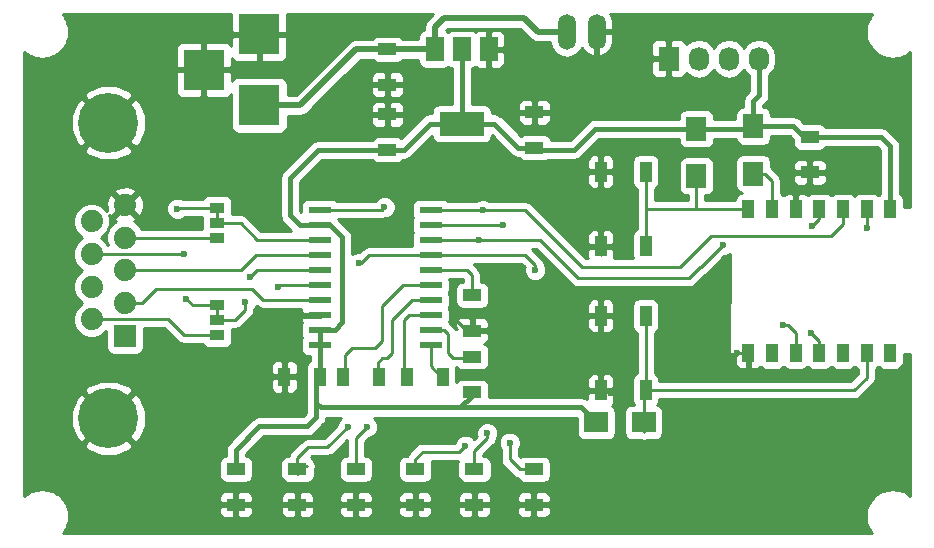
<source format=gtl>
G04 #@! TF.FileFunction,Copper,L1,Top,Signal*
%FSLAX46Y46*%
G04 Gerber Fmt 4.6, Leading zero omitted, Abs format (unit mm)*
G04 Created by KiCad (PCBNEW 4.0.5+dfsg1-4) date Sat Sep  8 02:59:27 2018*
%MOMM*%
%LPD*%
G01*
G04 APERTURE LIST*
%ADD10C,0.100000*%
%ADD11O,1.510000X3.010000*%
%ADD12R,3.500000X3.500000*%
%ADD13R,1.700000X2.000000*%
%ADD14R,3.800000X2.000000*%
%ADD15R,1.500000X2.000000*%
%ADD16R,1.950000X0.600000*%
%ADD17R,1.000000X1.700000*%
%ADD18R,1.600000X1.000000*%
%ADD19R,1.270000X0.970000*%
%ADD20R,1.000000X1.600000*%
%ADD21R,1.000000X1.500000*%
%ADD22R,2.000000X1.700000*%
%ADD23R,1.879600X1.879600*%
%ADD24C,1.879600*%
%ADD25C,5.080000*%
%ADD26R,1.727200X2.032000*%
%ADD27O,1.727200X2.032000*%
%ADD28C,0.600000*%
%ADD29C,0.450000*%
%ADD30C,0.400000*%
%ADD31C,0.250000*%
%ADD32C,0.500000*%
%ADD33C,0.254000*%
G04 APERTURE END LIST*
D10*
D11*
X145400000Y-77800000D03*
X147940000Y-77800000D03*
D12*
X119380000Y-84010500D03*
X119380000Y-78010500D03*
X114680000Y-81010500D03*
D13*
X156400000Y-86000000D03*
X156400000Y-90000000D03*
X161200000Y-85800000D03*
X161200000Y-89800000D03*
D14*
X136525000Y-85573000D03*
D15*
X136525000Y-79273000D03*
X134225000Y-79273000D03*
X138825000Y-79273000D03*
D16*
X133900000Y-104315000D03*
X133900000Y-103045000D03*
X133900000Y-101775000D03*
X133900000Y-100505000D03*
X133900000Y-99235000D03*
X133900000Y-97965000D03*
X133900000Y-96695000D03*
X133900000Y-95425000D03*
X133900000Y-94155000D03*
X133900000Y-92885000D03*
X124500000Y-92885000D03*
X124500000Y-94155000D03*
X124500000Y-95425000D03*
X124500000Y-96695000D03*
X124500000Y-97965000D03*
X124500000Y-99235000D03*
X124500000Y-100505000D03*
X124500000Y-101775000D03*
X124500000Y-103045000D03*
X124500000Y-104315000D03*
D17*
X152100000Y-101850000D03*
X152100000Y-108150000D03*
X148300000Y-101850000D03*
X148300000Y-108150000D03*
X152100000Y-89650000D03*
X152100000Y-95950000D03*
X148300000Y-89650000D03*
X148300000Y-95950000D03*
D18*
X117411500Y-117832000D03*
X117411500Y-114832000D03*
X142621000Y-117832000D03*
X142621000Y-114832000D03*
X137604500Y-117832000D03*
X137604500Y-114832000D03*
X132588000Y-117832000D03*
X132588000Y-114832000D03*
X127571500Y-117832000D03*
X127571500Y-114832000D03*
X122618500Y-117832000D03*
X122618500Y-114832000D03*
D19*
X115800000Y-95270000D03*
X115800000Y-94000000D03*
X115800000Y-92730000D03*
X115800000Y-103470000D03*
X115800000Y-102200000D03*
X115800000Y-100930000D03*
D20*
X124500000Y-107000000D03*
X121500000Y-107000000D03*
X131900000Y-107000000D03*
X134900000Y-107000000D03*
D18*
X137400000Y-105300000D03*
X137400000Y-108300000D03*
D20*
X129500000Y-107000000D03*
X126500000Y-107000000D03*
D18*
X130238500Y-79272000D03*
X130238500Y-82272000D03*
X142684500Y-87606000D03*
X142684500Y-84606000D03*
X137400000Y-103100000D03*
X137400000Y-100100000D03*
X165989000Y-86701500D03*
X165989000Y-89701500D03*
X130238500Y-87796500D03*
X130238500Y-84796500D03*
D21*
X172798060Y-105000000D03*
X170799080Y-105000000D03*
X160801640Y-105000000D03*
X160801640Y-92800000D03*
X162800620Y-92800000D03*
X168797560Y-92800000D03*
X166801120Y-92800000D03*
X170799080Y-92800000D03*
X164802140Y-92800000D03*
X168797560Y-105000000D03*
X162800620Y-105000000D03*
X166801120Y-105000000D03*
X164802140Y-105000000D03*
X172798060Y-92800000D03*
D22*
X151923500Y-110871000D03*
X147923500Y-110871000D03*
D23*
X108019860Y-103539740D03*
D24*
X108019860Y-100768600D03*
X108019860Y-98000000D03*
X108019860Y-95231400D03*
X108019860Y-92460260D03*
X105180140Y-102147820D03*
X105180140Y-99379220D03*
X105180140Y-96620780D03*
X105180140Y-93852180D03*
D25*
X106600000Y-110499340D03*
X106600000Y-85500660D03*
D26*
X154051000Y-80073500D03*
D27*
X156591000Y-80073500D03*
X159131000Y-80073500D03*
X161671000Y-80073500D03*
D28*
X122800000Y-102171500D03*
X165322250Y-91090750D03*
X136000000Y-102200000D03*
X148300000Y-91400000D03*
X149200000Y-108400000D03*
X159800000Y-105000000D03*
X163766500Y-102616000D03*
X126873000Y-111252000D03*
X127800000Y-97400000D03*
X142748000Y-97980500D03*
X129984500Y-92646500D03*
X166116000Y-103314500D03*
X128524000Y-111252000D03*
X166179500Y-94234000D03*
X158623000Y-95885000D03*
X136842500Y-112839500D03*
X138000000Y-95400000D03*
X170815000Y-94424500D03*
X140589000Y-112585500D03*
X140000000Y-94155000D03*
X120967500Y-99441000D03*
X138684000Y-111760000D03*
X138303000Y-92900500D03*
X112458500Y-92773500D03*
X118200000Y-100711000D03*
X118618000Y-98552000D03*
X113000000Y-96600000D03*
X113200000Y-100400000D03*
D29*
X161200000Y-83656000D02*
X161200000Y-85800000D01*
X165989000Y-86701500D02*
X172045500Y-86701500D01*
X172798060Y-87454060D02*
X172798060Y-92800000D01*
X172045500Y-86701500D02*
X172798060Y-87454060D01*
X130238500Y-87796500D02*
X124357000Y-87796500D01*
X122793500Y-94155000D02*
X124500000Y-94155000D01*
X121983500Y-93345000D02*
X122793500Y-94155000D01*
X121983500Y-90170000D02*
X121983500Y-93345000D01*
X124357000Y-87796500D02*
X121983500Y-90170000D01*
X136525000Y-85573000D02*
X139294000Y-85573000D01*
X141327000Y-87606000D02*
X142684500Y-87606000D01*
X139294000Y-85573000D02*
X141327000Y-87606000D01*
X130238500Y-87796500D02*
X131596000Y-87796500D01*
X133819500Y-85573000D02*
X136525000Y-85573000D01*
X131596000Y-87796500D02*
X133819500Y-85573000D01*
X136525000Y-79273000D02*
X136525000Y-85573000D01*
X117400000Y-114820500D02*
X117400000Y-113200000D01*
X124200000Y-108800000D02*
X124199540Y-108800000D01*
X124200000Y-110400000D02*
X124200000Y-108800000D01*
X123400000Y-111200000D02*
X124200000Y-110400000D01*
X119400000Y-111200000D02*
X123400000Y-111200000D01*
X117400000Y-113200000D02*
X119400000Y-111200000D01*
X117400000Y-114820500D02*
X117411500Y-114832000D01*
X136271000Y-109600000D02*
X146652500Y-109600000D01*
X146652500Y-109600000D02*
X147923500Y-110871000D01*
D30*
X124500000Y-94155000D02*
X125383500Y-94155000D01*
D29*
X125783500Y-103045000D02*
X124500000Y-103045000D01*
D30*
X126428500Y-102400000D02*
X125783500Y-103045000D01*
X126428500Y-95200000D02*
X126428500Y-102400000D01*
X125383500Y-94155000D02*
X126428500Y-95200000D01*
D29*
X161200000Y-85800000D02*
X164600000Y-85800000D01*
D30*
X164600000Y-85800000D02*
X165400000Y-86600000D01*
D29*
X156400000Y-86000000D02*
X161000000Y-86000000D01*
D30*
X161000000Y-86000000D02*
X161200000Y-85800000D01*
D29*
X142600000Y-87799540D02*
X146000460Y-87799540D01*
X147800000Y-86000000D02*
X156400000Y-86000000D01*
D30*
X146000460Y-87799540D02*
X147800000Y-86000000D01*
D29*
X124600000Y-109600000D02*
X136271000Y-109600000D01*
X124199540Y-108800000D02*
X124199540Y-109199540D01*
X124199540Y-109199540D02*
X124600000Y-109600000D01*
D30*
X136271000Y-109600000D02*
X136400000Y-109600000D01*
X136400000Y-109600000D02*
X137400000Y-108600000D01*
X124199540Y-107000000D02*
X124199540Y-108800000D01*
D29*
X124500000Y-104315000D02*
X124500000Y-106699540D01*
D30*
X124500000Y-106699540D02*
X124199540Y-107000000D01*
D29*
X124500000Y-103045000D02*
X124500000Y-104315000D01*
D31*
X156600000Y-85800000D02*
X156400000Y-86000000D01*
X124500000Y-106699540D02*
X124199540Y-107000000D01*
D29*
X161720000Y-80600000D02*
X161720000Y-83136000D01*
X161720000Y-83136000D02*
X161200000Y-83656000D01*
D32*
X161720000Y-79720000D02*
X161720000Y-80600000D01*
D31*
X164802140Y-92800000D02*
X164802140Y-91610860D01*
X165989000Y-90424000D02*
X165989000Y-89701500D01*
X164802140Y-91610860D02*
X165322250Y-91090750D01*
X165322250Y-91090750D02*
X165989000Y-90424000D01*
X139225000Y-78873000D02*
X138825000Y-79273000D01*
X138875000Y-79223000D02*
X138825000Y-79273000D01*
X124500000Y-101775000D02*
X123025000Y-101775000D01*
X122800000Y-102000000D02*
X122800000Y-102171500D01*
X122800000Y-102171500D02*
X122800000Y-102200000D01*
X123025000Y-101775000D02*
X122800000Y-102000000D01*
X137400000Y-102999540D02*
X136799540Y-102999540D01*
X136799540Y-102999540D02*
X136000000Y-102200000D01*
X148300000Y-108150000D02*
X148950000Y-108150000D01*
X148950000Y-108150000D02*
X149200000Y-108400000D01*
X160801640Y-105000000D02*
X159800000Y-105000000D01*
X148300000Y-107500000D02*
X148300000Y-108150000D01*
X148300000Y-96700000D02*
X148300000Y-95950000D01*
X148300000Y-95950000D02*
X148300000Y-91400000D01*
X148300000Y-91400000D02*
X148300000Y-89650000D01*
X148394000Y-77346000D02*
X147940000Y-77800000D01*
X139124540Y-78973460D02*
X138825000Y-79273000D01*
X133900000Y-101775000D02*
X132025000Y-101775000D01*
X131600000Y-102200000D02*
X131600000Y-106599540D01*
X132025000Y-101775000D02*
X131600000Y-102200000D01*
X131600000Y-106599540D02*
X132000460Y-107000000D01*
X133900000Y-104315000D02*
X133900000Y-106100460D01*
X133900000Y-106100460D02*
X134799540Y-107000000D01*
X133900000Y-103045000D02*
X135045000Y-103045000D01*
X135800460Y-105400460D02*
X137400000Y-105400460D01*
X135400000Y-105000000D02*
X135800460Y-105400460D01*
X135400000Y-103400000D02*
X135400000Y-105000000D01*
X135045000Y-103045000D02*
X135400000Y-103400000D01*
X133945000Y-103000000D02*
X133900000Y-103045000D01*
X129399540Y-107000000D02*
X129399540Y-105800460D01*
X130600000Y-105000000D02*
X130600000Y-102200000D01*
X130200000Y-105400000D02*
X130600000Y-105000000D01*
X129800000Y-105400000D02*
X130200000Y-105400000D01*
X129399540Y-105800460D02*
X129800000Y-105400000D01*
X133900000Y-100505000D02*
X132295000Y-100505000D01*
X132295000Y-100505000D02*
X130600000Y-102200000D01*
X129399540Y-107000000D02*
X129399540Y-106400460D01*
X126600460Y-105600000D02*
X126600460Y-105199540D01*
X129800000Y-104000000D02*
X129800000Y-101000000D01*
X129200000Y-104600000D02*
X129800000Y-104000000D01*
X127200000Y-104600000D02*
X129200000Y-104600000D01*
X126600460Y-105199540D02*
X127200000Y-104600000D01*
X133900000Y-99235000D02*
X131565000Y-99235000D01*
X131565000Y-99235000D02*
X129800000Y-101000000D01*
X126600460Y-105600000D02*
X126600460Y-107000000D01*
X126600460Y-106199540D02*
X126600460Y-107000000D01*
D32*
X119380000Y-84010500D02*
X122872500Y-84010500D01*
X127611000Y-79272000D02*
X130238500Y-79272000D01*
X122872500Y-84010500D02*
X127611000Y-79272000D01*
X145400000Y-77800000D02*
X142951000Y-77800000D01*
X134225000Y-77420500D02*
X134225000Y-79273000D01*
X135001000Y-76644500D02*
X134225000Y-77420500D01*
X141795500Y-76644500D02*
X135001000Y-76644500D01*
X142951000Y-77800000D02*
X141795500Y-76644500D01*
X130238500Y-79272000D02*
X134224000Y-79272000D01*
X134224000Y-79272000D02*
X134225000Y-79273000D01*
X145400000Y-77800000D02*
X145400000Y-76800000D01*
X134225000Y-79273000D02*
X133675000Y-79273000D01*
X145100000Y-77500000D02*
X145400000Y-77800000D01*
D31*
X145100000Y-77500000D02*
X145400000Y-77800000D01*
X145300000Y-77700000D02*
X145400000Y-77800000D01*
X133900000Y-97965000D02*
X136965000Y-97965000D01*
X137400000Y-98400000D02*
X137400000Y-100200460D01*
X136965000Y-97965000D02*
X137400000Y-98400000D01*
X133935000Y-98000000D02*
X133900000Y-97965000D01*
X164802140Y-105000000D02*
X164802140Y-103270640D01*
X164802140Y-103270640D02*
X164147500Y-102616000D01*
X164147500Y-102616000D02*
X163766500Y-102616000D01*
X142303500Y-97091500D02*
X142303500Y-97103500D01*
X141895000Y-96695000D02*
X142303500Y-97103500D01*
X133900000Y-96695000D02*
X141895000Y-96695000D01*
X142748000Y-97536000D02*
X142303500Y-97091500D01*
X122618500Y-114832000D02*
X122618500Y-113855500D01*
X125158500Y-112966500D02*
X126873000Y-111252000D01*
X123507500Y-112966500D02*
X125158500Y-112966500D01*
X122618500Y-113855500D02*
X123507500Y-112966500D01*
X133900000Y-96695000D02*
X128705000Y-96695000D01*
X128000000Y-97400000D02*
X127800000Y-97400000D01*
X128705000Y-96695000D02*
X128000000Y-97400000D01*
X123200000Y-114600000D02*
X123400000Y-114600000D01*
X122600000Y-115200000D02*
X123200000Y-114600000D01*
X142748000Y-97980500D02*
X142748000Y-97548000D01*
X142748000Y-97548000D02*
X142748000Y-97536000D01*
X124500000Y-92885000D02*
X129746000Y-92885000D01*
X129746000Y-92885000D02*
X129984500Y-92646500D01*
X166801120Y-105000000D02*
X166801120Y-103999620D01*
X166801120Y-103999620D02*
X166116000Y-103314500D01*
X127571500Y-114832000D02*
X127571500Y-112204500D01*
X127571500Y-112204500D02*
X128524000Y-111252000D01*
X124615000Y-93000000D02*
X124500000Y-92885000D01*
X124500000Y-92885000D02*
X125600000Y-92885000D01*
X125600000Y-92885000D02*
X125725000Y-92885000D01*
X140652500Y-95425000D02*
X143113500Y-95425000D01*
X156718000Y-97726500D02*
X156781500Y-97726500D01*
X155765500Y-98679000D02*
X156718000Y-97726500D01*
X146367500Y-98679000D02*
X155765500Y-98679000D01*
X143113500Y-95425000D02*
X146367500Y-98679000D01*
X166801120Y-92800000D02*
X166801120Y-93612380D01*
X166801120Y-93612380D02*
X166179500Y-94234000D01*
X158623000Y-95885000D02*
X156781500Y-97726500D01*
X137600000Y-95425000D02*
X140652500Y-95425000D01*
X132588000Y-114832000D02*
X132588000Y-113982500D01*
X136334500Y-113347500D02*
X136842500Y-112839500D01*
X133223000Y-113347500D02*
X136334500Y-113347500D01*
X132588000Y-113982500D02*
X133223000Y-113347500D01*
X137600000Y-95425000D02*
X137975000Y-95425000D01*
X137975000Y-95425000D02*
X138000000Y-95400000D01*
X133900000Y-95425000D02*
X137600000Y-95425000D01*
X170799080Y-92800000D02*
X170799080Y-94408580D01*
X170799080Y-94408580D02*
X170815000Y-94424500D01*
X142621000Y-114832000D02*
X141438500Y-114832000D01*
X140589000Y-113982500D02*
X140589000Y-112585500D01*
X141438500Y-114832000D02*
X140589000Y-113982500D01*
X133900000Y-94155000D02*
X140000000Y-94155000D01*
X121173500Y-99235000D02*
X124500000Y-99235000D01*
X120967500Y-99441000D02*
X121173500Y-99235000D01*
X108019860Y-100768600D02*
X109431400Y-100768600D01*
X119705000Y-100505000D02*
X124500000Y-100505000D01*
X118800000Y-99600000D02*
X119705000Y-100505000D01*
X110600000Y-99600000D02*
X118800000Y-99600000D01*
X109431400Y-100768600D02*
X110600000Y-99600000D01*
X108019860Y-98000000D02*
X117800000Y-98000000D01*
X119105000Y-96695000D02*
X124500000Y-96695000D01*
X117800000Y-98000000D02*
X119105000Y-96695000D01*
X108019860Y-95231400D02*
X115761400Y-95231400D01*
X115761400Y-95231400D02*
X115800000Y-95270000D01*
X108226260Y-95025000D02*
X108019860Y-95231400D01*
X156400000Y-90000000D02*
X156400000Y-92800000D01*
X160801640Y-92800000D02*
X156400000Y-92800000D01*
X156400000Y-92800000D02*
X152100000Y-92800000D01*
X152100000Y-92800000D02*
X152200000Y-92800000D01*
X152200000Y-92800000D02*
X152100000Y-92800000D01*
X152100000Y-89650000D02*
X152100000Y-92800000D01*
X152100000Y-92800000D02*
X152100000Y-95950000D01*
X152400000Y-95650000D02*
X152100000Y-95950000D01*
X156400000Y-90000000D02*
X155800000Y-90000000D01*
X160800000Y-92798360D02*
X160801640Y-92800000D01*
X152200000Y-96050000D02*
X152100000Y-95950000D01*
X161200000Y-89800000D02*
X162200000Y-89800000D01*
X162800620Y-90400620D02*
X162800620Y-92800000D01*
X162200000Y-89800000D02*
X162800620Y-90400620D01*
X158178500Y-95059500D02*
X157670500Y-95059500D01*
X141922500Y-92900500D02*
X138303000Y-92900500D01*
X146748500Y-97726500D02*
X141922500Y-92900500D01*
X155003500Y-97726500D02*
X146748500Y-97726500D01*
X157670500Y-95059500D02*
X155003500Y-97726500D01*
X167830500Y-95059500D02*
X168797560Y-94092440D01*
X158178500Y-95059500D02*
X167830500Y-95059500D01*
X137604500Y-114832000D02*
X137604500Y-113284000D01*
X137604500Y-113284000D02*
X138684000Y-112204500D01*
X138684000Y-112204500D02*
X138684000Y-111760000D01*
X138112500Y-92900500D02*
X138112500Y-92885000D01*
X138303000Y-92900500D02*
X138287500Y-92885000D01*
X138287500Y-92885000D02*
X138128000Y-92885000D01*
X138128000Y-92885000D02*
X138112500Y-92900500D01*
X133900000Y-92885000D02*
X138112500Y-92885000D01*
X168797560Y-94092440D02*
X168797560Y-92800000D01*
X112502000Y-92730000D02*
X115800000Y-92730000D01*
X112458500Y-92773500D02*
X112502000Y-92730000D01*
X115800000Y-92730000D02*
X115800000Y-94000000D01*
X115800000Y-94000000D02*
X117800000Y-94000000D01*
X117800000Y-94000000D02*
X119225000Y-95425000D01*
X119225000Y-95425000D02*
X124500000Y-95425000D01*
X105180140Y-102147820D02*
X111652180Y-102147820D01*
X112974360Y-103470000D02*
X115800000Y-103470000D01*
X111652180Y-102147820D02*
X112974360Y-103470000D01*
X117348000Y-102200000D02*
X118200000Y-101348000D01*
X118200000Y-101348000D02*
X118200000Y-100711000D01*
X122745500Y-97965000D02*
X119205000Y-97965000D01*
X124500000Y-97965000D02*
X122745500Y-97965000D01*
X119205000Y-97965000D02*
X118618000Y-98552000D01*
X105180140Y-96620780D02*
X112979220Y-96620780D01*
X112979220Y-96620780D02*
X113000000Y-96600000D01*
X113000000Y-96600000D02*
X112979220Y-96620780D01*
X114000000Y-100930000D02*
X113730000Y-100930000D01*
X113730000Y-100930000D02*
X113200000Y-100400000D01*
X114000000Y-100930000D02*
X115800000Y-100930000D01*
X115800000Y-100930000D02*
X115800000Y-102200000D01*
X117348000Y-102200000D02*
X115800000Y-102200000D01*
X105180140Y-96620780D02*
X104379220Y-96620780D01*
X152100000Y-101850000D02*
X152100000Y-108150000D01*
X152100000Y-108150000D02*
X169726000Y-108150000D01*
X169726000Y-108150000D02*
X170799080Y-107076920D01*
X170799080Y-107076920D02*
X170799080Y-105000000D01*
X151923500Y-110871000D02*
X151923500Y-108326500D01*
X151923500Y-108326500D02*
X152100000Y-108150000D01*
X151923500Y-110871000D02*
X151923500Y-111665000D01*
X152450000Y-102200000D02*
X152100000Y-101850000D01*
D33*
G36*
X116995000Y-77724750D02*
X117153750Y-77883500D01*
X119253000Y-77883500D01*
X119253000Y-77863500D01*
X119507000Y-77863500D01*
X119507000Y-77883500D01*
X121606250Y-77883500D01*
X121765000Y-77724750D01*
X121765000Y-76327000D01*
X134066921Y-76327000D01*
X133599210Y-76794710D01*
X133407367Y-77081825D01*
X133399664Y-77120552D01*
X133339999Y-77420500D01*
X133340000Y-77420505D01*
X133340000Y-77650962D01*
X133239683Y-77669838D01*
X133023559Y-77808910D01*
X132878569Y-78021110D01*
X132827560Y-78273000D01*
X132827560Y-78387000D01*
X131545344Y-78387000D01*
X131502590Y-78320559D01*
X131290390Y-78175569D01*
X131038500Y-78124560D01*
X129438500Y-78124560D01*
X129203183Y-78168838D01*
X128987059Y-78307910D01*
X128933019Y-78387000D01*
X127611005Y-78387000D01*
X127611000Y-78386999D01*
X127328516Y-78443190D01*
X127272325Y-78454367D01*
X126985210Y-78646210D01*
X126985208Y-78646213D01*
X122505920Y-83125500D01*
X121777440Y-83125500D01*
X121777440Y-82260500D01*
X121733162Y-82025183D01*
X121594090Y-81809059D01*
X121381890Y-81664069D01*
X121130000Y-81613060D01*
X117630000Y-81613060D01*
X117394683Y-81657338D01*
X117178559Y-81796410D01*
X117065000Y-81962609D01*
X117065000Y-81296250D01*
X116906250Y-81137500D01*
X114807000Y-81137500D01*
X114807000Y-83236750D01*
X114965750Y-83395500D01*
X116556310Y-83395500D01*
X116789699Y-83298827D01*
X116968327Y-83120198D01*
X116982560Y-83085837D01*
X116982560Y-85760500D01*
X117026838Y-85995817D01*
X117165910Y-86211941D01*
X117378110Y-86356931D01*
X117630000Y-86407940D01*
X121130000Y-86407940D01*
X121365317Y-86363662D01*
X121581441Y-86224590D01*
X121726431Y-86012390D01*
X121777440Y-85760500D01*
X121777440Y-85082250D01*
X128803500Y-85082250D01*
X128803500Y-85422809D01*
X128900173Y-85656198D01*
X129078801Y-85834827D01*
X129312190Y-85931500D01*
X129952750Y-85931500D01*
X130111500Y-85772750D01*
X130111500Y-84923500D01*
X130365500Y-84923500D01*
X130365500Y-85772750D01*
X130524250Y-85931500D01*
X131164810Y-85931500D01*
X131398199Y-85834827D01*
X131576827Y-85656198D01*
X131673500Y-85422809D01*
X131673500Y-85082250D01*
X131514750Y-84923500D01*
X130365500Y-84923500D01*
X130111500Y-84923500D01*
X128962250Y-84923500D01*
X128803500Y-85082250D01*
X121777440Y-85082250D01*
X121777440Y-84895500D01*
X122872495Y-84895500D01*
X122872500Y-84895501D01*
X123154984Y-84839310D01*
X123211175Y-84828133D01*
X123498290Y-84636290D01*
X123964388Y-84170191D01*
X128803500Y-84170191D01*
X128803500Y-84510750D01*
X128962250Y-84669500D01*
X130111500Y-84669500D01*
X130111500Y-83820250D01*
X130365500Y-83820250D01*
X130365500Y-84669500D01*
X131514750Y-84669500D01*
X131673500Y-84510750D01*
X131673500Y-84170191D01*
X131576827Y-83936802D01*
X131398199Y-83758173D01*
X131164810Y-83661500D01*
X130524250Y-83661500D01*
X130365500Y-83820250D01*
X130111500Y-83820250D01*
X129952750Y-83661500D01*
X129312190Y-83661500D01*
X129078801Y-83758173D01*
X128900173Y-83936802D01*
X128803500Y-84170191D01*
X123964388Y-84170191D01*
X125576829Y-82557750D01*
X128803500Y-82557750D01*
X128803500Y-82898309D01*
X128900173Y-83131698D01*
X129078801Y-83310327D01*
X129312190Y-83407000D01*
X129952750Y-83407000D01*
X130111500Y-83248250D01*
X130111500Y-82399000D01*
X130365500Y-82399000D01*
X130365500Y-83248250D01*
X130524250Y-83407000D01*
X131164810Y-83407000D01*
X131398199Y-83310327D01*
X131576827Y-83131698D01*
X131673500Y-82898309D01*
X131673500Y-82557750D01*
X131514750Y-82399000D01*
X130365500Y-82399000D01*
X130111500Y-82399000D01*
X128962250Y-82399000D01*
X128803500Y-82557750D01*
X125576829Y-82557750D01*
X126488888Y-81645691D01*
X128803500Y-81645691D01*
X128803500Y-81986250D01*
X128962250Y-82145000D01*
X130111500Y-82145000D01*
X130111500Y-81295750D01*
X130365500Y-81295750D01*
X130365500Y-82145000D01*
X131514750Y-82145000D01*
X131673500Y-81986250D01*
X131673500Y-81645691D01*
X131576827Y-81412302D01*
X131398199Y-81233673D01*
X131164810Y-81137000D01*
X130524250Y-81137000D01*
X130365500Y-81295750D01*
X130111500Y-81295750D01*
X129952750Y-81137000D01*
X129312190Y-81137000D01*
X129078801Y-81233673D01*
X128900173Y-81412302D01*
X128803500Y-81645691D01*
X126488888Y-81645691D01*
X127977579Y-80157000D01*
X128931656Y-80157000D01*
X128974410Y-80223441D01*
X129186610Y-80368431D01*
X129438500Y-80419440D01*
X131038500Y-80419440D01*
X131273817Y-80375162D01*
X131489941Y-80236090D01*
X131543981Y-80157000D01*
X132827560Y-80157000D01*
X132827560Y-80273000D01*
X132871838Y-80508317D01*
X133010910Y-80724441D01*
X133223110Y-80869431D01*
X133475000Y-80920440D01*
X134975000Y-80920440D01*
X135210317Y-80876162D01*
X135376477Y-80769241D01*
X135523110Y-80869431D01*
X135665000Y-80898164D01*
X135665000Y-83925560D01*
X134625000Y-83925560D01*
X134389683Y-83969838D01*
X134173559Y-84108910D01*
X134028569Y-84321110D01*
X133977560Y-84573000D01*
X133977560Y-84713000D01*
X133819500Y-84713000D01*
X133490392Y-84778464D01*
X133273330Y-84923500D01*
X133211388Y-84964888D01*
X131400780Y-86775496D01*
X131290390Y-86700069D01*
X131038500Y-86649060D01*
X129438500Y-86649060D01*
X129203183Y-86693338D01*
X128987059Y-86832410D01*
X128915937Y-86936500D01*
X124357000Y-86936500D01*
X124027892Y-87001964D01*
X123777259Y-87169431D01*
X123748888Y-87188388D01*
X121375388Y-89561888D01*
X121188964Y-89840892D01*
X121123500Y-90170000D01*
X121123500Y-93345000D01*
X121188964Y-93674108D01*
X121337981Y-93897128D01*
X121375388Y-93953112D01*
X122087276Y-94665000D01*
X119539802Y-94665000D01*
X118337401Y-93462599D01*
X118090839Y-93297852D01*
X117800000Y-93240000D01*
X117077377Y-93240000D01*
X117082440Y-93215000D01*
X117082440Y-92245000D01*
X117038162Y-92009683D01*
X116899090Y-91793559D01*
X116686890Y-91648569D01*
X116435000Y-91597560D01*
X115165000Y-91597560D01*
X114929683Y-91641838D01*
X114713559Y-91780910D01*
X114584359Y-91970000D01*
X112961594Y-91970000D01*
X112645299Y-91838662D01*
X112273333Y-91838338D01*
X111929557Y-91980383D01*
X111666308Y-92243173D01*
X111523662Y-92586701D01*
X111523338Y-92958667D01*
X111665383Y-93302443D01*
X111928173Y-93565692D01*
X112271701Y-93708338D01*
X112643667Y-93708662D01*
X112987443Y-93566617D01*
X113064194Y-93490000D01*
X114522623Y-93490000D01*
X114517560Y-93515000D01*
X114517560Y-94471400D01*
X109409770Y-94471400D01*
X109355689Y-94340513D01*
X108913077Y-93897128D01*
X108804417Y-93852009D01*
X108857937Y-93829840D01*
X108949223Y-93569228D01*
X108019860Y-92639865D01*
X107090497Y-93569228D01*
X107181783Y-93829840D01*
X107237978Y-93850531D01*
X107128973Y-93895571D01*
X106685588Y-94338183D01*
X106445334Y-94916779D01*
X106444787Y-95543273D01*
X106575978Y-95860780D01*
X106570050Y-95860780D01*
X106515969Y-95729893D01*
X106073357Y-95286508D01*
X105953296Y-95236654D01*
X106071027Y-95188009D01*
X106514412Y-94745397D01*
X106754666Y-94166801D01*
X106755213Y-93540307D01*
X106656071Y-93300365D01*
X106910892Y-93389623D01*
X107840255Y-92460260D01*
X108199465Y-92460260D01*
X109128828Y-93389623D01*
X109389440Y-93298337D01*
X109605905Y-92710427D01*
X109580909Y-92084432D01*
X109389440Y-91622183D01*
X109128828Y-91530897D01*
X108199465Y-92460260D01*
X107840255Y-92460260D01*
X106910892Y-91530897D01*
X106650280Y-91622183D01*
X106433815Y-92210093D01*
X106458811Y-92836088D01*
X106506916Y-92952224D01*
X106073357Y-92517908D01*
X105494761Y-92277654D01*
X104868267Y-92277107D01*
X104289253Y-92516351D01*
X103845868Y-92958963D01*
X103605614Y-93537559D01*
X103605067Y-94164053D01*
X103844311Y-94743067D01*
X104286923Y-95186452D01*
X104406984Y-95236306D01*
X104289253Y-95284951D01*
X103845868Y-95727563D01*
X103605614Y-96306159D01*
X103605067Y-96932653D01*
X103844311Y-97511667D01*
X104286923Y-97955052D01*
X104394720Y-97999813D01*
X104289253Y-98043391D01*
X103845868Y-98486003D01*
X103605614Y-99064599D01*
X103605067Y-99691093D01*
X103844311Y-100270107D01*
X104286923Y-100713492D01*
X104406984Y-100763346D01*
X104289253Y-100811991D01*
X103845868Y-101254603D01*
X103605614Y-101833199D01*
X103605067Y-102459693D01*
X103844311Y-103038707D01*
X104286923Y-103482092D01*
X104865519Y-103722346D01*
X105492013Y-103722893D01*
X106071027Y-103483649D01*
X106432620Y-103122686D01*
X106432620Y-104479540D01*
X106476898Y-104714857D01*
X106615970Y-104930981D01*
X106828170Y-105075971D01*
X107080060Y-105126980D01*
X108959660Y-105126980D01*
X109194977Y-105082702D01*
X109411101Y-104943630D01*
X109556091Y-104731430D01*
X109607100Y-104479540D01*
X109607100Y-102907820D01*
X111337378Y-102907820D01*
X112436959Y-104007401D01*
X112683521Y-104172148D01*
X112974360Y-104230000D01*
X114587373Y-104230000D01*
X114700910Y-104406441D01*
X114913110Y-104551431D01*
X115165000Y-104602440D01*
X116435000Y-104602440D01*
X116670317Y-104558162D01*
X116886441Y-104419090D01*
X117031431Y-104206890D01*
X117082440Y-103955000D01*
X117082440Y-102985000D01*
X117077736Y-102960000D01*
X117348000Y-102960000D01*
X117638839Y-102902148D01*
X117885401Y-102737401D01*
X118737401Y-101885401D01*
X118902148Y-101638839D01*
X118960000Y-101348000D01*
X118960000Y-101273463D01*
X118992192Y-101241327D01*
X119102023Y-100976825D01*
X119167599Y-101042401D01*
X119414160Y-101207148D01*
X119705000Y-101265000D01*
X122924666Y-101265000D01*
X122890000Y-101348690D01*
X122890000Y-101489250D01*
X123048750Y-101648000D01*
X124373000Y-101648000D01*
X124373000Y-101628000D01*
X124627000Y-101628000D01*
X124627000Y-101648000D01*
X124647000Y-101648000D01*
X124647000Y-101902000D01*
X124627000Y-101902000D01*
X124627000Y-101922000D01*
X124373000Y-101922000D01*
X124373000Y-101902000D01*
X123048750Y-101902000D01*
X122890000Y-102060750D01*
X122890000Y-102201310D01*
X122979806Y-102418122D01*
X122928569Y-102493110D01*
X122877560Y-102745000D01*
X122877560Y-103345000D01*
X122921838Y-103580317D01*
X122985678Y-103679528D01*
X122928569Y-103763110D01*
X122877560Y-104015000D01*
X122877560Y-104615000D01*
X122921838Y-104850317D01*
X123060910Y-105066441D01*
X123273110Y-105211431D01*
X123525000Y-105262440D01*
X123640000Y-105262440D01*
X123640000Y-105677069D01*
X123548559Y-105735910D01*
X123403569Y-105948110D01*
X123352560Y-106200000D01*
X123352560Y-107800000D01*
X123364540Y-107863668D01*
X123364540Y-108674317D01*
X123339540Y-108800000D01*
X123339540Y-109199540D01*
X123340000Y-109201853D01*
X123340000Y-110043776D01*
X123043776Y-110340000D01*
X119400000Y-110340000D01*
X119070892Y-110405464D01*
X118809439Y-110580161D01*
X118791888Y-110591888D01*
X116791888Y-112591888D01*
X116605464Y-112870892D01*
X116540000Y-113200000D01*
X116540000Y-113698014D01*
X116376183Y-113728838D01*
X116160059Y-113867910D01*
X116015069Y-114080110D01*
X115964060Y-114332000D01*
X115964060Y-115332000D01*
X116008338Y-115567317D01*
X116147410Y-115783441D01*
X116359610Y-115928431D01*
X116611500Y-115979440D01*
X118211500Y-115979440D01*
X118446817Y-115935162D01*
X118662941Y-115796090D01*
X118807931Y-115583890D01*
X118858940Y-115332000D01*
X118858940Y-114332000D01*
X118814662Y-114096683D01*
X118675590Y-113880559D01*
X118463390Y-113735569D01*
X118260000Y-113694381D01*
X118260000Y-113556224D01*
X119756224Y-112060000D01*
X123400000Y-112060000D01*
X123729108Y-111994536D01*
X124008112Y-111808112D01*
X124808112Y-111008112D01*
X124835660Y-110966883D01*
X124994536Y-110729108D01*
X125048065Y-110460000D01*
X126342938Y-110460000D01*
X126080808Y-110721673D01*
X125938162Y-111065201D01*
X125938121Y-111112077D01*
X124843698Y-112206500D01*
X123507500Y-112206500D01*
X123216661Y-112264352D01*
X122970099Y-112429099D01*
X122081099Y-113318099D01*
X121916352Y-113564661D01*
X121892502Y-113684560D01*
X121818500Y-113684560D01*
X121583183Y-113728838D01*
X121367059Y-113867910D01*
X121222069Y-114080110D01*
X121171060Y-114332000D01*
X121171060Y-115332000D01*
X121215338Y-115567317D01*
X121354410Y-115783441D01*
X121566610Y-115928431D01*
X121818500Y-115979440D01*
X123418500Y-115979440D01*
X123653817Y-115935162D01*
X123869941Y-115796090D01*
X124014931Y-115583890D01*
X124065940Y-115332000D01*
X124065940Y-114945028D01*
X124102148Y-114890839D01*
X124160000Y-114600000D01*
X124102148Y-114309161D01*
X124045765Y-114224777D01*
X124021662Y-114096683D01*
X123882590Y-113880559D01*
X123755250Y-113793552D01*
X123822302Y-113726500D01*
X125158500Y-113726500D01*
X125449339Y-113668648D01*
X125695901Y-113503901D01*
X126811500Y-112388302D01*
X126811500Y-113684560D01*
X126771500Y-113684560D01*
X126536183Y-113728838D01*
X126320059Y-113867910D01*
X126175069Y-114080110D01*
X126124060Y-114332000D01*
X126124060Y-115332000D01*
X126168338Y-115567317D01*
X126307410Y-115783441D01*
X126519610Y-115928431D01*
X126771500Y-115979440D01*
X128371500Y-115979440D01*
X128606817Y-115935162D01*
X128822941Y-115796090D01*
X128967931Y-115583890D01*
X129018940Y-115332000D01*
X129018940Y-114332000D01*
X131140560Y-114332000D01*
X131140560Y-115332000D01*
X131184838Y-115567317D01*
X131323910Y-115783441D01*
X131536110Y-115928431D01*
X131788000Y-115979440D01*
X133388000Y-115979440D01*
X133623317Y-115935162D01*
X133839441Y-115796090D01*
X133984431Y-115583890D01*
X134035440Y-115332000D01*
X134035440Y-114332000D01*
X133993197Y-114107500D01*
X136202522Y-114107500D01*
X136157060Y-114332000D01*
X136157060Y-115332000D01*
X136201338Y-115567317D01*
X136340410Y-115783441D01*
X136552610Y-115928431D01*
X136804500Y-115979440D01*
X138404500Y-115979440D01*
X138639817Y-115935162D01*
X138855941Y-115796090D01*
X139000931Y-115583890D01*
X139051940Y-115332000D01*
X139051940Y-114332000D01*
X139007662Y-114096683D01*
X138868590Y-113880559D01*
X138656390Y-113735569D01*
X138404500Y-113684560D01*
X138364500Y-113684560D01*
X138364500Y-113598802D01*
X139192635Y-112770667D01*
X139653838Y-112770667D01*
X139795883Y-113114443D01*
X139829000Y-113147618D01*
X139829000Y-113982500D01*
X139886852Y-114273339D01*
X140051599Y-114519901D01*
X140901099Y-115369401D01*
X141147660Y-115534148D01*
X141195914Y-115543746D01*
X141214083Y-115547360D01*
X141217838Y-115567317D01*
X141356910Y-115783441D01*
X141569110Y-115928431D01*
X141821000Y-115979440D01*
X143421000Y-115979440D01*
X143656317Y-115935162D01*
X143872441Y-115796090D01*
X144017431Y-115583890D01*
X144068440Y-115332000D01*
X144068440Y-114332000D01*
X144024162Y-114096683D01*
X143885090Y-113880559D01*
X143672890Y-113735569D01*
X143421000Y-113684560D01*
X141821000Y-113684560D01*
X141585683Y-113728838D01*
X141478871Y-113797569D01*
X141349000Y-113667698D01*
X141349000Y-113147963D01*
X141381192Y-113115827D01*
X141523838Y-112772299D01*
X141524162Y-112400333D01*
X141382117Y-112056557D01*
X141119327Y-111793308D01*
X140775799Y-111650662D01*
X140403833Y-111650338D01*
X140060057Y-111792383D01*
X139796808Y-112055173D01*
X139654162Y-112398701D01*
X139653838Y-112770667D01*
X139192635Y-112770667D01*
X139221401Y-112741901D01*
X139386148Y-112495339D01*
X139414722Y-112351690D01*
X139476192Y-112290327D01*
X139618838Y-111946799D01*
X139619162Y-111574833D01*
X139477117Y-111231057D01*
X139214327Y-110967808D01*
X138870799Y-110825162D01*
X138498833Y-110824838D01*
X138155057Y-110966883D01*
X137891808Y-111229673D01*
X137749162Y-111573201D01*
X137748838Y-111945167D01*
X137783834Y-112029864D01*
X137569437Y-112244261D01*
X137372827Y-112047308D01*
X137029299Y-111904662D01*
X136657333Y-111904338D01*
X136313557Y-112046383D01*
X136050308Y-112309173D01*
X135934736Y-112587500D01*
X133223000Y-112587500D01*
X132932161Y-112645352D01*
X132685599Y-112810099D01*
X132050599Y-113445099D01*
X131890597Y-113684560D01*
X131788000Y-113684560D01*
X131552683Y-113728838D01*
X131336559Y-113867910D01*
X131191569Y-114080110D01*
X131140560Y-114332000D01*
X129018940Y-114332000D01*
X128974662Y-114096683D01*
X128835590Y-113880559D01*
X128623390Y-113735569D01*
X128371500Y-113684560D01*
X128331500Y-113684560D01*
X128331500Y-112519302D01*
X128663680Y-112187122D01*
X128709167Y-112187162D01*
X129052943Y-112045117D01*
X129316192Y-111782327D01*
X129458838Y-111438799D01*
X129459162Y-111066833D01*
X129317117Y-110723057D01*
X129054519Y-110460000D01*
X146276060Y-110460000D01*
X146276060Y-111721000D01*
X146320338Y-111956317D01*
X146459410Y-112172441D01*
X146671610Y-112317431D01*
X146923500Y-112368440D01*
X148923500Y-112368440D01*
X149158817Y-112324162D01*
X149374941Y-112185090D01*
X149519931Y-111972890D01*
X149570940Y-111721000D01*
X149570940Y-110021000D01*
X149526662Y-109785683D01*
X149387590Y-109569559D01*
X149233650Y-109464376D01*
X149338327Y-109359698D01*
X149435000Y-109126309D01*
X149435000Y-108435750D01*
X149276250Y-108277000D01*
X148427000Y-108277000D01*
X148427000Y-108297000D01*
X148173000Y-108297000D01*
X148173000Y-108277000D01*
X147323750Y-108277000D01*
X147165000Y-108435750D01*
X147165000Y-108928003D01*
X147152335Y-108919540D01*
X146981608Y-108805464D01*
X146652500Y-108740000D01*
X138847440Y-108740000D01*
X138847440Y-107800000D01*
X138803162Y-107564683D01*
X138664090Y-107348559D01*
X138451890Y-107203569D01*
X138304349Y-107173691D01*
X147165000Y-107173691D01*
X147165000Y-107864250D01*
X147323750Y-108023000D01*
X148173000Y-108023000D01*
X148173000Y-106823750D01*
X148427000Y-106823750D01*
X148427000Y-108023000D01*
X149276250Y-108023000D01*
X149435000Y-107864250D01*
X149435000Y-107173691D01*
X149338327Y-106940302D01*
X149159699Y-106761673D01*
X148926310Y-106665000D01*
X148585750Y-106665000D01*
X148427000Y-106823750D01*
X148173000Y-106823750D01*
X148014250Y-106665000D01*
X147673690Y-106665000D01*
X147440301Y-106761673D01*
X147261673Y-106940302D01*
X147165000Y-107173691D01*
X138304349Y-107173691D01*
X138200000Y-107152560D01*
X136600000Y-107152560D01*
X136364683Y-107196838D01*
X136148559Y-107335910D01*
X136047440Y-107483903D01*
X136047440Y-106200000D01*
X136040000Y-106160460D01*
X136077365Y-106160460D01*
X136135910Y-106251441D01*
X136348110Y-106396431D01*
X136600000Y-106447440D01*
X138200000Y-106447440D01*
X138435317Y-106403162D01*
X138651441Y-106264090D01*
X138796431Y-106051890D01*
X138847440Y-105800000D01*
X138847440Y-104800000D01*
X138803162Y-104564683D01*
X138664090Y-104348559D01*
X138451890Y-104203569D01*
X138418510Y-104196809D01*
X138559699Y-104138327D01*
X138738327Y-103959698D01*
X138835000Y-103726309D01*
X138835000Y-103385750D01*
X138676250Y-103227000D01*
X137527000Y-103227000D01*
X137527000Y-103247000D01*
X137273000Y-103247000D01*
X137273000Y-103227000D01*
X137253000Y-103227000D01*
X137253000Y-102973000D01*
X137273000Y-102973000D01*
X137273000Y-102123750D01*
X137527000Y-102123750D01*
X137527000Y-102973000D01*
X138676250Y-102973000D01*
X138835000Y-102814250D01*
X138835000Y-102473691D01*
X138738327Y-102240302D01*
X138633776Y-102135750D01*
X147165000Y-102135750D01*
X147165000Y-102826309D01*
X147261673Y-103059698D01*
X147440301Y-103238327D01*
X147673690Y-103335000D01*
X148014250Y-103335000D01*
X148173000Y-103176250D01*
X148173000Y-101977000D01*
X148427000Y-101977000D01*
X148427000Y-103176250D01*
X148585750Y-103335000D01*
X148926310Y-103335000D01*
X149159699Y-103238327D01*
X149338327Y-103059698D01*
X149435000Y-102826309D01*
X149435000Y-102135750D01*
X149276250Y-101977000D01*
X148427000Y-101977000D01*
X148173000Y-101977000D01*
X147323750Y-101977000D01*
X147165000Y-102135750D01*
X138633776Y-102135750D01*
X138559699Y-102061673D01*
X138326310Y-101965000D01*
X137685750Y-101965000D01*
X137527000Y-102123750D01*
X137273000Y-102123750D01*
X137114250Y-101965000D01*
X136473690Y-101965000D01*
X136240301Y-102061673D01*
X136061673Y-102240302D01*
X135965000Y-102473691D01*
X135965000Y-102814250D01*
X136123748Y-102972998D01*
X136011167Y-102972998D01*
X135937401Y-102862599D01*
X135582401Y-102507599D01*
X135421443Y-102400050D01*
X135471431Y-102326890D01*
X135522440Y-102075000D01*
X135522440Y-101475000D01*
X135478162Y-101239683D01*
X135414322Y-101140472D01*
X135471431Y-101056890D01*
X135522440Y-100805000D01*
X135522440Y-100205000D01*
X135478162Y-99969683D01*
X135414322Y-99870472D01*
X135471431Y-99786890D01*
X135522440Y-99535000D01*
X135522440Y-98935000D01*
X135482926Y-98725000D01*
X136640000Y-98725000D01*
X136640000Y-98952560D01*
X136600000Y-98952560D01*
X136364683Y-98996838D01*
X136148559Y-99135910D01*
X136003569Y-99348110D01*
X135952560Y-99600000D01*
X135952560Y-100600000D01*
X135996838Y-100835317D01*
X136135910Y-101051441D01*
X136348110Y-101196431D01*
X136600000Y-101247440D01*
X138200000Y-101247440D01*
X138435317Y-101203162D01*
X138651441Y-101064090D01*
X138781535Y-100873691D01*
X147165000Y-100873691D01*
X147165000Y-101564250D01*
X147323750Y-101723000D01*
X148173000Y-101723000D01*
X148173000Y-100523750D01*
X148427000Y-100523750D01*
X148427000Y-101723000D01*
X149276250Y-101723000D01*
X149435000Y-101564250D01*
X149435000Y-100873691D01*
X149338327Y-100640302D01*
X149159699Y-100461673D01*
X148926310Y-100365000D01*
X148585750Y-100365000D01*
X148427000Y-100523750D01*
X148173000Y-100523750D01*
X148014250Y-100365000D01*
X147673690Y-100365000D01*
X147440301Y-100461673D01*
X147261673Y-100640302D01*
X147165000Y-100873691D01*
X138781535Y-100873691D01*
X138796431Y-100851890D01*
X138847440Y-100600000D01*
X138847440Y-99600000D01*
X138803162Y-99364683D01*
X138664090Y-99148559D01*
X138451890Y-99003569D01*
X138200000Y-98952560D01*
X138160000Y-98952560D01*
X138160000Y-98400000D01*
X138102148Y-98109161D01*
X137937401Y-97862599D01*
X137529802Y-97455000D01*
X141580198Y-97455000D01*
X141766099Y-97640901D01*
X141802263Y-97665065D01*
X141847707Y-97710509D01*
X141813162Y-97793701D01*
X141812838Y-98165667D01*
X141954883Y-98509443D01*
X142217673Y-98772692D01*
X142561201Y-98915338D01*
X142933167Y-98915662D01*
X143276943Y-98773617D01*
X143540192Y-98510827D01*
X143682838Y-98167299D01*
X143683162Y-97795333D01*
X143541117Y-97451557D01*
X143478782Y-97389113D01*
X143450148Y-97245161D01*
X143285401Y-96998599D01*
X142840901Y-96554099D01*
X142804737Y-96529935D01*
X142459802Y-96185000D01*
X142798698Y-96185000D01*
X145830099Y-99216401D01*
X146076661Y-99381148D01*
X146367500Y-99439000D01*
X155765500Y-99439000D01*
X156056339Y-99381148D01*
X156302901Y-99216401D01*
X157127534Y-98391768D01*
X157318901Y-98263901D01*
X158762680Y-96820122D01*
X158808167Y-96820162D01*
X159151943Y-96678117D01*
X159238110Y-96592100D01*
X159194502Y-104964839D01*
X159204250Y-105014300D01*
X159232474Y-105056072D01*
X159274725Y-105083573D01*
X159321500Y-105092500D01*
X159666640Y-105092500D01*
X159666640Y-105127002D01*
X159825388Y-105127002D01*
X159666640Y-105285750D01*
X159666640Y-105876309D01*
X159763313Y-106109698D01*
X159941941Y-106288327D01*
X160175330Y-106385000D01*
X160515890Y-106385000D01*
X160674640Y-106226250D01*
X160674640Y-105127000D01*
X160654640Y-105127000D01*
X160654640Y-105092500D01*
X160948640Y-105092500D01*
X160948640Y-105127000D01*
X160928640Y-105127000D01*
X160928640Y-106226250D01*
X161087390Y-106385000D01*
X161427950Y-106385000D01*
X161661339Y-106288327D01*
X161801955Y-106147710D01*
X161836530Y-106201441D01*
X162048730Y-106346431D01*
X162300620Y-106397440D01*
X163300620Y-106397440D01*
X163535937Y-106353162D01*
X163752061Y-106214090D01*
X163800537Y-106143144D01*
X163838050Y-106201441D01*
X164050250Y-106346431D01*
X164302140Y-106397440D01*
X165302140Y-106397440D01*
X165537457Y-106353162D01*
X165753581Y-106214090D01*
X165800749Y-106145058D01*
X165837030Y-106201441D01*
X166049230Y-106346431D01*
X166301120Y-106397440D01*
X167301120Y-106397440D01*
X167536437Y-106353162D01*
X167752561Y-106214090D01*
X167798420Y-106146972D01*
X167833470Y-106201441D01*
X168045670Y-106346431D01*
X168297560Y-106397440D01*
X169297560Y-106397440D01*
X169532877Y-106353162D01*
X169749001Y-106214090D01*
X169797477Y-106143144D01*
X169834990Y-106201441D01*
X170039080Y-106340890D01*
X170039080Y-106762118D01*
X169411198Y-107390000D01*
X153247440Y-107390000D01*
X153247440Y-107300000D01*
X153203162Y-107064683D01*
X153064090Y-106848559D01*
X152860000Y-106709110D01*
X152860000Y-103287279D01*
X153051441Y-103164090D01*
X153196431Y-102951890D01*
X153247440Y-102700000D01*
X153247440Y-101000000D01*
X153203162Y-100764683D01*
X153064090Y-100548559D01*
X152851890Y-100403569D01*
X152600000Y-100352560D01*
X151600000Y-100352560D01*
X151364683Y-100396838D01*
X151148559Y-100535910D01*
X151003569Y-100748110D01*
X150952560Y-101000000D01*
X150952560Y-102700000D01*
X150996838Y-102935317D01*
X151135910Y-103151441D01*
X151340000Y-103290890D01*
X151340000Y-106712721D01*
X151148559Y-106835910D01*
X151003569Y-107048110D01*
X150952560Y-107300000D01*
X150952560Y-109000000D01*
X150996838Y-109235317D01*
X151085795Y-109373560D01*
X150923500Y-109373560D01*
X150688183Y-109417838D01*
X150472059Y-109556910D01*
X150327069Y-109769110D01*
X150276060Y-110021000D01*
X150276060Y-111721000D01*
X150320338Y-111956317D01*
X150459410Y-112172441D01*
X150671610Y-112317431D01*
X150923500Y-112368440D01*
X151639156Y-112368440D01*
X151923500Y-112425000D01*
X152207844Y-112368440D01*
X152923500Y-112368440D01*
X153158817Y-112324162D01*
X153374941Y-112185090D01*
X153519931Y-111972890D01*
X153570940Y-111721000D01*
X153570940Y-110021000D01*
X153526662Y-109785683D01*
X153387590Y-109569559D01*
X153175390Y-109424569D01*
X153090228Y-109407323D01*
X153196431Y-109251890D01*
X153247440Y-109000000D01*
X153247440Y-108910000D01*
X169726000Y-108910000D01*
X170016839Y-108852148D01*
X170263401Y-108687401D01*
X171336481Y-107614321D01*
X171501228Y-107367760D01*
X171559080Y-107076920D01*
X171559080Y-106337279D01*
X171750521Y-106214090D01*
X171797689Y-106145058D01*
X171833970Y-106201441D01*
X172046170Y-106346431D01*
X172298060Y-106397440D01*
X173298060Y-106397440D01*
X173533377Y-106353162D01*
X173749501Y-106214090D01*
X173894491Y-106001890D01*
X173945500Y-105750000D01*
X173945500Y-105092500D01*
X174498000Y-105092500D01*
X174498000Y-117083319D01*
X174323440Y-116940072D01*
X174263912Y-116908256D01*
X174211729Y-116865442D01*
X173935129Y-116717642D01*
X173870640Y-116698089D01*
X173811215Y-116666317D01*
X173511016Y-116575217D01*
X173443796Y-116568589D01*
X173379157Y-116548990D01*
X173067057Y-116518290D01*
X173000000Y-116524903D01*
X172932943Y-116518290D01*
X172620843Y-116548990D01*
X172556204Y-116568589D01*
X172488984Y-116575217D01*
X172188784Y-116666317D01*
X172129358Y-116698089D01*
X172064871Y-116717642D01*
X171788271Y-116865442D01*
X171736089Y-116908255D01*
X171676559Y-116940072D01*
X171434060Y-117139072D01*
X171391242Y-117191242D01*
X171339072Y-117234060D01*
X171140072Y-117476560D01*
X171108256Y-117536088D01*
X171065442Y-117588271D01*
X170917642Y-117864871D01*
X170898089Y-117929360D01*
X170866317Y-117988785D01*
X170775217Y-118288984D01*
X170768589Y-118356204D01*
X170748990Y-118420843D01*
X170718290Y-118732943D01*
X170724903Y-118800000D01*
X170718290Y-118867057D01*
X170748990Y-119179157D01*
X170768589Y-119243796D01*
X170775217Y-119311016D01*
X170866317Y-119611215D01*
X170898089Y-119670640D01*
X170917642Y-119735129D01*
X171065442Y-120011729D01*
X171108256Y-120063912D01*
X171140072Y-120123440D01*
X171259521Y-120269000D01*
X102740430Y-120269000D01*
X102859889Y-120123414D01*
X102891667Y-120063949D01*
X102934443Y-120011831D01*
X103082303Y-119735231D01*
X103101901Y-119670633D01*
X103133719Y-119611096D01*
X103224759Y-119310896D01*
X103231363Y-119243790D01*
X103250939Y-119179265D01*
X103281689Y-118867165D01*
X103275076Y-118800000D01*
X103281689Y-118732835D01*
X103250939Y-118420735D01*
X103231363Y-118356210D01*
X103224759Y-118289104D01*
X103172794Y-118117750D01*
X115976500Y-118117750D01*
X115976500Y-118458309D01*
X116073173Y-118691698D01*
X116251801Y-118870327D01*
X116485190Y-118967000D01*
X117125750Y-118967000D01*
X117284500Y-118808250D01*
X117284500Y-117959000D01*
X117538500Y-117959000D01*
X117538500Y-118808250D01*
X117697250Y-118967000D01*
X118337810Y-118967000D01*
X118571199Y-118870327D01*
X118749827Y-118691698D01*
X118846500Y-118458309D01*
X118846500Y-118117750D01*
X121183500Y-118117750D01*
X121183500Y-118458309D01*
X121280173Y-118691698D01*
X121458801Y-118870327D01*
X121692190Y-118967000D01*
X122332750Y-118967000D01*
X122491500Y-118808250D01*
X122491500Y-117959000D01*
X122745500Y-117959000D01*
X122745500Y-118808250D01*
X122904250Y-118967000D01*
X123544810Y-118967000D01*
X123778199Y-118870327D01*
X123956827Y-118691698D01*
X124053500Y-118458309D01*
X124053500Y-118117750D01*
X126136500Y-118117750D01*
X126136500Y-118458309D01*
X126233173Y-118691698D01*
X126411801Y-118870327D01*
X126645190Y-118967000D01*
X127285750Y-118967000D01*
X127444500Y-118808250D01*
X127444500Y-117959000D01*
X127698500Y-117959000D01*
X127698500Y-118808250D01*
X127857250Y-118967000D01*
X128497810Y-118967000D01*
X128731199Y-118870327D01*
X128909827Y-118691698D01*
X129006500Y-118458309D01*
X129006500Y-118117750D01*
X131153000Y-118117750D01*
X131153000Y-118458309D01*
X131249673Y-118691698D01*
X131428301Y-118870327D01*
X131661690Y-118967000D01*
X132302250Y-118967000D01*
X132461000Y-118808250D01*
X132461000Y-117959000D01*
X132715000Y-117959000D01*
X132715000Y-118808250D01*
X132873750Y-118967000D01*
X133514310Y-118967000D01*
X133747699Y-118870327D01*
X133926327Y-118691698D01*
X134023000Y-118458309D01*
X134023000Y-118117750D01*
X136169500Y-118117750D01*
X136169500Y-118458309D01*
X136266173Y-118691698D01*
X136444801Y-118870327D01*
X136678190Y-118967000D01*
X137318750Y-118967000D01*
X137477500Y-118808250D01*
X137477500Y-117959000D01*
X137731500Y-117959000D01*
X137731500Y-118808250D01*
X137890250Y-118967000D01*
X138530810Y-118967000D01*
X138764199Y-118870327D01*
X138942827Y-118691698D01*
X139039500Y-118458309D01*
X139039500Y-118117750D01*
X141186000Y-118117750D01*
X141186000Y-118458309D01*
X141282673Y-118691698D01*
X141461301Y-118870327D01*
X141694690Y-118967000D01*
X142335250Y-118967000D01*
X142494000Y-118808250D01*
X142494000Y-117959000D01*
X142748000Y-117959000D01*
X142748000Y-118808250D01*
X142906750Y-118967000D01*
X143547310Y-118967000D01*
X143780699Y-118870327D01*
X143959327Y-118691698D01*
X144056000Y-118458309D01*
X144056000Y-118117750D01*
X143897250Y-117959000D01*
X142748000Y-117959000D01*
X142494000Y-117959000D01*
X141344750Y-117959000D01*
X141186000Y-118117750D01*
X139039500Y-118117750D01*
X138880750Y-117959000D01*
X137731500Y-117959000D01*
X137477500Y-117959000D01*
X136328250Y-117959000D01*
X136169500Y-118117750D01*
X134023000Y-118117750D01*
X133864250Y-117959000D01*
X132715000Y-117959000D01*
X132461000Y-117959000D01*
X131311750Y-117959000D01*
X131153000Y-118117750D01*
X129006500Y-118117750D01*
X128847750Y-117959000D01*
X127698500Y-117959000D01*
X127444500Y-117959000D01*
X126295250Y-117959000D01*
X126136500Y-118117750D01*
X124053500Y-118117750D01*
X123894750Y-117959000D01*
X122745500Y-117959000D01*
X122491500Y-117959000D01*
X121342250Y-117959000D01*
X121183500Y-118117750D01*
X118846500Y-118117750D01*
X118687750Y-117959000D01*
X117538500Y-117959000D01*
X117284500Y-117959000D01*
X116135250Y-117959000D01*
X115976500Y-118117750D01*
X103172794Y-118117750D01*
X103133719Y-117988904D01*
X103101901Y-117929367D01*
X103082303Y-117864769D01*
X102934443Y-117588169D01*
X102891667Y-117536051D01*
X102859889Y-117476586D01*
X102660909Y-117234086D01*
X102626316Y-117205691D01*
X115976500Y-117205691D01*
X115976500Y-117546250D01*
X116135250Y-117705000D01*
X117284500Y-117705000D01*
X117284500Y-116855750D01*
X117538500Y-116855750D01*
X117538500Y-117705000D01*
X118687750Y-117705000D01*
X118846500Y-117546250D01*
X118846500Y-117205691D01*
X121183500Y-117205691D01*
X121183500Y-117546250D01*
X121342250Y-117705000D01*
X122491500Y-117705000D01*
X122491500Y-116855750D01*
X122745500Y-116855750D01*
X122745500Y-117705000D01*
X123894750Y-117705000D01*
X124053500Y-117546250D01*
X124053500Y-117205691D01*
X126136500Y-117205691D01*
X126136500Y-117546250D01*
X126295250Y-117705000D01*
X127444500Y-117705000D01*
X127444500Y-116855750D01*
X127698500Y-116855750D01*
X127698500Y-117705000D01*
X128847750Y-117705000D01*
X129006500Y-117546250D01*
X129006500Y-117205691D01*
X131153000Y-117205691D01*
X131153000Y-117546250D01*
X131311750Y-117705000D01*
X132461000Y-117705000D01*
X132461000Y-116855750D01*
X132715000Y-116855750D01*
X132715000Y-117705000D01*
X133864250Y-117705000D01*
X134023000Y-117546250D01*
X134023000Y-117205691D01*
X136169500Y-117205691D01*
X136169500Y-117546250D01*
X136328250Y-117705000D01*
X137477500Y-117705000D01*
X137477500Y-116855750D01*
X137731500Y-116855750D01*
X137731500Y-117705000D01*
X138880750Y-117705000D01*
X139039500Y-117546250D01*
X139039500Y-117205691D01*
X141186000Y-117205691D01*
X141186000Y-117546250D01*
X141344750Y-117705000D01*
X142494000Y-117705000D01*
X142494000Y-116855750D01*
X142748000Y-116855750D01*
X142748000Y-117705000D01*
X143897250Y-117705000D01*
X144056000Y-117546250D01*
X144056000Y-117205691D01*
X143959327Y-116972302D01*
X143780699Y-116793673D01*
X143547310Y-116697000D01*
X142906750Y-116697000D01*
X142748000Y-116855750D01*
X142494000Y-116855750D01*
X142335250Y-116697000D01*
X141694690Y-116697000D01*
X141461301Y-116793673D01*
X141282673Y-116972302D01*
X141186000Y-117205691D01*
X139039500Y-117205691D01*
X138942827Y-116972302D01*
X138764199Y-116793673D01*
X138530810Y-116697000D01*
X137890250Y-116697000D01*
X137731500Y-116855750D01*
X137477500Y-116855750D01*
X137318750Y-116697000D01*
X136678190Y-116697000D01*
X136444801Y-116793673D01*
X136266173Y-116972302D01*
X136169500Y-117205691D01*
X134023000Y-117205691D01*
X133926327Y-116972302D01*
X133747699Y-116793673D01*
X133514310Y-116697000D01*
X132873750Y-116697000D01*
X132715000Y-116855750D01*
X132461000Y-116855750D01*
X132302250Y-116697000D01*
X131661690Y-116697000D01*
X131428301Y-116793673D01*
X131249673Y-116972302D01*
X131153000Y-117205691D01*
X129006500Y-117205691D01*
X128909827Y-116972302D01*
X128731199Y-116793673D01*
X128497810Y-116697000D01*
X127857250Y-116697000D01*
X127698500Y-116855750D01*
X127444500Y-116855750D01*
X127285750Y-116697000D01*
X126645190Y-116697000D01*
X126411801Y-116793673D01*
X126233173Y-116972302D01*
X126136500Y-117205691D01*
X124053500Y-117205691D01*
X123956827Y-116972302D01*
X123778199Y-116793673D01*
X123544810Y-116697000D01*
X122904250Y-116697000D01*
X122745500Y-116855750D01*
X122491500Y-116855750D01*
X122332750Y-116697000D01*
X121692190Y-116697000D01*
X121458801Y-116793673D01*
X121280173Y-116972302D01*
X121183500Y-117205691D01*
X118846500Y-117205691D01*
X118749827Y-116972302D01*
X118571199Y-116793673D01*
X118337810Y-116697000D01*
X117697250Y-116697000D01*
X117538500Y-116855750D01*
X117284500Y-116855750D01*
X117125750Y-116697000D01*
X116485190Y-116697000D01*
X116251801Y-116793673D01*
X116073173Y-116972302D01*
X115976500Y-117205691D01*
X102626316Y-117205691D01*
X102608751Y-117191274D01*
X102565943Y-117139107D01*
X102323483Y-116940107D01*
X102263926Y-116908270D01*
X102211720Y-116865438D01*
X101935110Y-116717638D01*
X101870640Y-116698091D01*
X101811230Y-116666325D01*
X101511070Y-116575225D01*
X101443834Y-116568593D01*
X101379176Y-116548989D01*
X101067026Y-116518289D01*
X100999975Y-116524903D01*
X100932929Y-116518290D01*
X100620799Y-116548989D01*
X100556141Y-116568594D01*
X100488904Y-116575226D01*
X100188754Y-116666327D01*
X100129355Y-116698088D01*
X100064890Y-116717632D01*
X99788269Y-116865433D01*
X99736055Y-116908270D01*
X99676497Y-116940108D01*
X99441000Y-117133392D01*
X99441000Y-112764084D01*
X104514862Y-112764084D01*
X104801431Y-113190924D01*
X105968363Y-113674322D01*
X107231457Y-113674358D01*
X108398417Y-113191025D01*
X108398569Y-113190924D01*
X108685138Y-112764084D01*
X106600000Y-110678945D01*
X104514862Y-112764084D01*
X99441000Y-112764084D01*
X99441000Y-111130797D01*
X103424982Y-111130797D01*
X103908315Y-112297757D01*
X103908416Y-112297909D01*
X104335256Y-112584478D01*
X106420395Y-110499340D01*
X106779605Y-110499340D01*
X108864744Y-112584478D01*
X109291584Y-112297909D01*
X109774982Y-111130977D01*
X109775018Y-109867883D01*
X109291685Y-108700923D01*
X109291584Y-108700771D01*
X108864744Y-108414202D01*
X106779605Y-110499340D01*
X106420395Y-110499340D01*
X104335256Y-108414202D01*
X103908416Y-108700771D01*
X103425018Y-109867703D01*
X103424982Y-111130797D01*
X99441000Y-111130797D01*
X99441000Y-108234596D01*
X104514862Y-108234596D01*
X106600000Y-110319735D01*
X108685138Y-108234596D01*
X108398569Y-107807756D01*
X107231637Y-107324358D01*
X105968543Y-107324322D01*
X104801583Y-107807655D01*
X104801431Y-107807756D01*
X104514862Y-108234596D01*
X99441000Y-108234596D01*
X99441000Y-107285750D01*
X120365000Y-107285750D01*
X120365000Y-107926310D01*
X120461673Y-108159699D01*
X120640302Y-108338327D01*
X120873691Y-108435000D01*
X121214250Y-108435000D01*
X121373000Y-108276250D01*
X121373000Y-107127000D01*
X121627000Y-107127000D01*
X121627000Y-108276250D01*
X121785750Y-108435000D01*
X122126309Y-108435000D01*
X122359698Y-108338327D01*
X122538327Y-108159699D01*
X122635000Y-107926310D01*
X122635000Y-107285750D01*
X122476250Y-107127000D01*
X121627000Y-107127000D01*
X121373000Y-107127000D01*
X120523750Y-107127000D01*
X120365000Y-107285750D01*
X99441000Y-107285750D01*
X99441000Y-106073690D01*
X120365000Y-106073690D01*
X120365000Y-106714250D01*
X120523750Y-106873000D01*
X121373000Y-106873000D01*
X121373000Y-105723750D01*
X121627000Y-105723750D01*
X121627000Y-106873000D01*
X122476250Y-106873000D01*
X122635000Y-106714250D01*
X122635000Y-106073690D01*
X122538327Y-105840301D01*
X122359698Y-105661673D01*
X122126309Y-105565000D01*
X121785750Y-105565000D01*
X121627000Y-105723750D01*
X121373000Y-105723750D01*
X121214250Y-105565000D01*
X120873691Y-105565000D01*
X120640302Y-105661673D01*
X120461673Y-105840301D01*
X120365000Y-106073690D01*
X99441000Y-106073690D01*
X99441000Y-91351292D01*
X107090497Y-91351292D01*
X108019860Y-92280655D01*
X108949223Y-91351292D01*
X108857937Y-91090680D01*
X108270027Y-90874215D01*
X107644032Y-90899211D01*
X107181783Y-91090680D01*
X107090497Y-91351292D01*
X99441000Y-91351292D01*
X99441000Y-87765404D01*
X104514862Y-87765404D01*
X104801431Y-88192244D01*
X105968363Y-88675642D01*
X107231457Y-88675678D01*
X108398417Y-88192345D01*
X108398569Y-88192244D01*
X108685138Y-87765404D01*
X106600000Y-85680265D01*
X104514862Y-87765404D01*
X99441000Y-87765404D01*
X99441000Y-86132117D01*
X103424982Y-86132117D01*
X103908315Y-87299077D01*
X103908416Y-87299229D01*
X104335256Y-87585798D01*
X106420395Y-85500660D01*
X106779605Y-85500660D01*
X108864744Y-87585798D01*
X109291584Y-87299229D01*
X109774982Y-86132297D01*
X109775018Y-84869203D01*
X109291685Y-83702243D01*
X109291584Y-83702091D01*
X108864744Y-83415522D01*
X106779605Y-85500660D01*
X106420395Y-85500660D01*
X104335256Y-83415522D01*
X103908416Y-83702091D01*
X103425018Y-84869023D01*
X103424982Y-86132117D01*
X99441000Y-86132117D01*
X99441000Y-83235916D01*
X104514862Y-83235916D01*
X106600000Y-85321055D01*
X108685138Y-83235916D01*
X108398569Y-82809076D01*
X107231637Y-82325678D01*
X105968543Y-82325642D01*
X104801583Y-82808975D01*
X104801431Y-82809076D01*
X104514862Y-83235916D01*
X99441000Y-83235916D01*
X99441000Y-81296250D01*
X112295000Y-81296250D01*
X112295000Y-82886809D01*
X112391673Y-83120198D01*
X112570301Y-83298827D01*
X112803690Y-83395500D01*
X114394250Y-83395500D01*
X114553000Y-83236750D01*
X114553000Y-81137500D01*
X112453750Y-81137500D01*
X112295000Y-81296250D01*
X99441000Y-81296250D01*
X99441000Y-79466567D01*
X99676523Y-79659854D01*
X99736018Y-79691655D01*
X99788167Y-79734453D01*
X100064787Y-79882313D01*
X100129361Y-79901902D01*
X100188874Y-79933710D01*
X100489024Y-80024750D01*
X100556150Y-80031359D01*
X100620695Y-80050940D01*
X100932846Y-80081690D01*
X101000000Y-80075077D01*
X101067159Y-80081690D01*
X101379289Y-80050940D01*
X101443830Y-80031360D01*
X101510950Y-80024752D01*
X101811110Y-79933712D01*
X101870631Y-79901900D01*
X101935212Y-79882308D01*
X102211822Y-79734448D01*
X102263966Y-79691652D01*
X102323457Y-79659854D01*
X102565917Y-79460874D01*
X102608719Y-79408719D01*
X102660874Y-79365917D01*
X102851044Y-79134191D01*
X112295000Y-79134191D01*
X112295000Y-80724750D01*
X112453750Y-80883500D01*
X114553000Y-80883500D01*
X114553000Y-78784250D01*
X114807000Y-78784250D01*
X114807000Y-80883500D01*
X116906250Y-80883500D01*
X117065000Y-80724750D01*
X117065000Y-80055804D01*
X117091673Y-80120198D01*
X117270301Y-80298827D01*
X117503690Y-80395500D01*
X119094250Y-80395500D01*
X119253000Y-80236750D01*
X119253000Y-78137500D01*
X119507000Y-78137500D01*
X119507000Y-80236750D01*
X119665750Y-80395500D01*
X121256310Y-80395500D01*
X121489699Y-80298827D01*
X121668327Y-80120198D01*
X121765000Y-79886809D01*
X121765000Y-78296250D01*
X121606250Y-78137500D01*
X119507000Y-78137500D01*
X119253000Y-78137500D01*
X117153750Y-78137500D01*
X116995000Y-78296250D01*
X116995000Y-78965196D01*
X116968327Y-78900802D01*
X116789699Y-78722173D01*
X116556310Y-78625500D01*
X114965750Y-78625500D01*
X114807000Y-78784250D01*
X114553000Y-78784250D01*
X114394250Y-78625500D01*
X112803690Y-78625500D01*
X112570301Y-78722173D01*
X112391673Y-78900802D01*
X112295000Y-79134191D01*
X102851044Y-79134191D01*
X102859854Y-79123457D01*
X102891652Y-79063966D01*
X102934448Y-79011822D01*
X103082308Y-78735212D01*
X103101900Y-78670631D01*
X103133712Y-78611110D01*
X103224752Y-78310950D01*
X103231360Y-78243829D01*
X103250940Y-78179289D01*
X103281690Y-77867159D01*
X103275077Y-77800000D01*
X103281690Y-77732846D01*
X103250940Y-77420695D01*
X103231359Y-77356150D01*
X103224750Y-77289024D01*
X103133710Y-76988874D01*
X103101902Y-76929361D01*
X103082313Y-76864787D01*
X102934453Y-76588167D01*
X102891655Y-76536018D01*
X102859854Y-76476523D01*
X102737145Y-76327000D01*
X116995000Y-76327000D01*
X116995000Y-77724750D01*
X116995000Y-77724750D01*
G37*
X116995000Y-77724750D02*
X117153750Y-77883500D01*
X119253000Y-77883500D01*
X119253000Y-77863500D01*
X119507000Y-77863500D01*
X119507000Y-77883500D01*
X121606250Y-77883500D01*
X121765000Y-77724750D01*
X121765000Y-76327000D01*
X134066921Y-76327000D01*
X133599210Y-76794710D01*
X133407367Y-77081825D01*
X133399664Y-77120552D01*
X133339999Y-77420500D01*
X133340000Y-77420505D01*
X133340000Y-77650962D01*
X133239683Y-77669838D01*
X133023559Y-77808910D01*
X132878569Y-78021110D01*
X132827560Y-78273000D01*
X132827560Y-78387000D01*
X131545344Y-78387000D01*
X131502590Y-78320559D01*
X131290390Y-78175569D01*
X131038500Y-78124560D01*
X129438500Y-78124560D01*
X129203183Y-78168838D01*
X128987059Y-78307910D01*
X128933019Y-78387000D01*
X127611005Y-78387000D01*
X127611000Y-78386999D01*
X127328516Y-78443190D01*
X127272325Y-78454367D01*
X126985210Y-78646210D01*
X126985208Y-78646213D01*
X122505920Y-83125500D01*
X121777440Y-83125500D01*
X121777440Y-82260500D01*
X121733162Y-82025183D01*
X121594090Y-81809059D01*
X121381890Y-81664069D01*
X121130000Y-81613060D01*
X117630000Y-81613060D01*
X117394683Y-81657338D01*
X117178559Y-81796410D01*
X117065000Y-81962609D01*
X117065000Y-81296250D01*
X116906250Y-81137500D01*
X114807000Y-81137500D01*
X114807000Y-83236750D01*
X114965750Y-83395500D01*
X116556310Y-83395500D01*
X116789699Y-83298827D01*
X116968327Y-83120198D01*
X116982560Y-83085837D01*
X116982560Y-85760500D01*
X117026838Y-85995817D01*
X117165910Y-86211941D01*
X117378110Y-86356931D01*
X117630000Y-86407940D01*
X121130000Y-86407940D01*
X121365317Y-86363662D01*
X121581441Y-86224590D01*
X121726431Y-86012390D01*
X121777440Y-85760500D01*
X121777440Y-85082250D01*
X128803500Y-85082250D01*
X128803500Y-85422809D01*
X128900173Y-85656198D01*
X129078801Y-85834827D01*
X129312190Y-85931500D01*
X129952750Y-85931500D01*
X130111500Y-85772750D01*
X130111500Y-84923500D01*
X130365500Y-84923500D01*
X130365500Y-85772750D01*
X130524250Y-85931500D01*
X131164810Y-85931500D01*
X131398199Y-85834827D01*
X131576827Y-85656198D01*
X131673500Y-85422809D01*
X131673500Y-85082250D01*
X131514750Y-84923500D01*
X130365500Y-84923500D01*
X130111500Y-84923500D01*
X128962250Y-84923500D01*
X128803500Y-85082250D01*
X121777440Y-85082250D01*
X121777440Y-84895500D01*
X122872495Y-84895500D01*
X122872500Y-84895501D01*
X123154984Y-84839310D01*
X123211175Y-84828133D01*
X123498290Y-84636290D01*
X123964388Y-84170191D01*
X128803500Y-84170191D01*
X128803500Y-84510750D01*
X128962250Y-84669500D01*
X130111500Y-84669500D01*
X130111500Y-83820250D01*
X130365500Y-83820250D01*
X130365500Y-84669500D01*
X131514750Y-84669500D01*
X131673500Y-84510750D01*
X131673500Y-84170191D01*
X131576827Y-83936802D01*
X131398199Y-83758173D01*
X131164810Y-83661500D01*
X130524250Y-83661500D01*
X130365500Y-83820250D01*
X130111500Y-83820250D01*
X129952750Y-83661500D01*
X129312190Y-83661500D01*
X129078801Y-83758173D01*
X128900173Y-83936802D01*
X128803500Y-84170191D01*
X123964388Y-84170191D01*
X125576829Y-82557750D01*
X128803500Y-82557750D01*
X128803500Y-82898309D01*
X128900173Y-83131698D01*
X129078801Y-83310327D01*
X129312190Y-83407000D01*
X129952750Y-83407000D01*
X130111500Y-83248250D01*
X130111500Y-82399000D01*
X130365500Y-82399000D01*
X130365500Y-83248250D01*
X130524250Y-83407000D01*
X131164810Y-83407000D01*
X131398199Y-83310327D01*
X131576827Y-83131698D01*
X131673500Y-82898309D01*
X131673500Y-82557750D01*
X131514750Y-82399000D01*
X130365500Y-82399000D01*
X130111500Y-82399000D01*
X128962250Y-82399000D01*
X128803500Y-82557750D01*
X125576829Y-82557750D01*
X126488888Y-81645691D01*
X128803500Y-81645691D01*
X128803500Y-81986250D01*
X128962250Y-82145000D01*
X130111500Y-82145000D01*
X130111500Y-81295750D01*
X130365500Y-81295750D01*
X130365500Y-82145000D01*
X131514750Y-82145000D01*
X131673500Y-81986250D01*
X131673500Y-81645691D01*
X131576827Y-81412302D01*
X131398199Y-81233673D01*
X131164810Y-81137000D01*
X130524250Y-81137000D01*
X130365500Y-81295750D01*
X130111500Y-81295750D01*
X129952750Y-81137000D01*
X129312190Y-81137000D01*
X129078801Y-81233673D01*
X128900173Y-81412302D01*
X128803500Y-81645691D01*
X126488888Y-81645691D01*
X127977579Y-80157000D01*
X128931656Y-80157000D01*
X128974410Y-80223441D01*
X129186610Y-80368431D01*
X129438500Y-80419440D01*
X131038500Y-80419440D01*
X131273817Y-80375162D01*
X131489941Y-80236090D01*
X131543981Y-80157000D01*
X132827560Y-80157000D01*
X132827560Y-80273000D01*
X132871838Y-80508317D01*
X133010910Y-80724441D01*
X133223110Y-80869431D01*
X133475000Y-80920440D01*
X134975000Y-80920440D01*
X135210317Y-80876162D01*
X135376477Y-80769241D01*
X135523110Y-80869431D01*
X135665000Y-80898164D01*
X135665000Y-83925560D01*
X134625000Y-83925560D01*
X134389683Y-83969838D01*
X134173559Y-84108910D01*
X134028569Y-84321110D01*
X133977560Y-84573000D01*
X133977560Y-84713000D01*
X133819500Y-84713000D01*
X133490392Y-84778464D01*
X133273330Y-84923500D01*
X133211388Y-84964888D01*
X131400780Y-86775496D01*
X131290390Y-86700069D01*
X131038500Y-86649060D01*
X129438500Y-86649060D01*
X129203183Y-86693338D01*
X128987059Y-86832410D01*
X128915937Y-86936500D01*
X124357000Y-86936500D01*
X124027892Y-87001964D01*
X123777259Y-87169431D01*
X123748888Y-87188388D01*
X121375388Y-89561888D01*
X121188964Y-89840892D01*
X121123500Y-90170000D01*
X121123500Y-93345000D01*
X121188964Y-93674108D01*
X121337981Y-93897128D01*
X121375388Y-93953112D01*
X122087276Y-94665000D01*
X119539802Y-94665000D01*
X118337401Y-93462599D01*
X118090839Y-93297852D01*
X117800000Y-93240000D01*
X117077377Y-93240000D01*
X117082440Y-93215000D01*
X117082440Y-92245000D01*
X117038162Y-92009683D01*
X116899090Y-91793559D01*
X116686890Y-91648569D01*
X116435000Y-91597560D01*
X115165000Y-91597560D01*
X114929683Y-91641838D01*
X114713559Y-91780910D01*
X114584359Y-91970000D01*
X112961594Y-91970000D01*
X112645299Y-91838662D01*
X112273333Y-91838338D01*
X111929557Y-91980383D01*
X111666308Y-92243173D01*
X111523662Y-92586701D01*
X111523338Y-92958667D01*
X111665383Y-93302443D01*
X111928173Y-93565692D01*
X112271701Y-93708338D01*
X112643667Y-93708662D01*
X112987443Y-93566617D01*
X113064194Y-93490000D01*
X114522623Y-93490000D01*
X114517560Y-93515000D01*
X114517560Y-94471400D01*
X109409770Y-94471400D01*
X109355689Y-94340513D01*
X108913077Y-93897128D01*
X108804417Y-93852009D01*
X108857937Y-93829840D01*
X108949223Y-93569228D01*
X108019860Y-92639865D01*
X107090497Y-93569228D01*
X107181783Y-93829840D01*
X107237978Y-93850531D01*
X107128973Y-93895571D01*
X106685588Y-94338183D01*
X106445334Y-94916779D01*
X106444787Y-95543273D01*
X106575978Y-95860780D01*
X106570050Y-95860780D01*
X106515969Y-95729893D01*
X106073357Y-95286508D01*
X105953296Y-95236654D01*
X106071027Y-95188009D01*
X106514412Y-94745397D01*
X106754666Y-94166801D01*
X106755213Y-93540307D01*
X106656071Y-93300365D01*
X106910892Y-93389623D01*
X107840255Y-92460260D01*
X108199465Y-92460260D01*
X109128828Y-93389623D01*
X109389440Y-93298337D01*
X109605905Y-92710427D01*
X109580909Y-92084432D01*
X109389440Y-91622183D01*
X109128828Y-91530897D01*
X108199465Y-92460260D01*
X107840255Y-92460260D01*
X106910892Y-91530897D01*
X106650280Y-91622183D01*
X106433815Y-92210093D01*
X106458811Y-92836088D01*
X106506916Y-92952224D01*
X106073357Y-92517908D01*
X105494761Y-92277654D01*
X104868267Y-92277107D01*
X104289253Y-92516351D01*
X103845868Y-92958963D01*
X103605614Y-93537559D01*
X103605067Y-94164053D01*
X103844311Y-94743067D01*
X104286923Y-95186452D01*
X104406984Y-95236306D01*
X104289253Y-95284951D01*
X103845868Y-95727563D01*
X103605614Y-96306159D01*
X103605067Y-96932653D01*
X103844311Y-97511667D01*
X104286923Y-97955052D01*
X104394720Y-97999813D01*
X104289253Y-98043391D01*
X103845868Y-98486003D01*
X103605614Y-99064599D01*
X103605067Y-99691093D01*
X103844311Y-100270107D01*
X104286923Y-100713492D01*
X104406984Y-100763346D01*
X104289253Y-100811991D01*
X103845868Y-101254603D01*
X103605614Y-101833199D01*
X103605067Y-102459693D01*
X103844311Y-103038707D01*
X104286923Y-103482092D01*
X104865519Y-103722346D01*
X105492013Y-103722893D01*
X106071027Y-103483649D01*
X106432620Y-103122686D01*
X106432620Y-104479540D01*
X106476898Y-104714857D01*
X106615970Y-104930981D01*
X106828170Y-105075971D01*
X107080060Y-105126980D01*
X108959660Y-105126980D01*
X109194977Y-105082702D01*
X109411101Y-104943630D01*
X109556091Y-104731430D01*
X109607100Y-104479540D01*
X109607100Y-102907820D01*
X111337378Y-102907820D01*
X112436959Y-104007401D01*
X112683521Y-104172148D01*
X112974360Y-104230000D01*
X114587373Y-104230000D01*
X114700910Y-104406441D01*
X114913110Y-104551431D01*
X115165000Y-104602440D01*
X116435000Y-104602440D01*
X116670317Y-104558162D01*
X116886441Y-104419090D01*
X117031431Y-104206890D01*
X117082440Y-103955000D01*
X117082440Y-102985000D01*
X117077736Y-102960000D01*
X117348000Y-102960000D01*
X117638839Y-102902148D01*
X117885401Y-102737401D01*
X118737401Y-101885401D01*
X118902148Y-101638839D01*
X118960000Y-101348000D01*
X118960000Y-101273463D01*
X118992192Y-101241327D01*
X119102023Y-100976825D01*
X119167599Y-101042401D01*
X119414160Y-101207148D01*
X119705000Y-101265000D01*
X122924666Y-101265000D01*
X122890000Y-101348690D01*
X122890000Y-101489250D01*
X123048750Y-101648000D01*
X124373000Y-101648000D01*
X124373000Y-101628000D01*
X124627000Y-101628000D01*
X124627000Y-101648000D01*
X124647000Y-101648000D01*
X124647000Y-101902000D01*
X124627000Y-101902000D01*
X124627000Y-101922000D01*
X124373000Y-101922000D01*
X124373000Y-101902000D01*
X123048750Y-101902000D01*
X122890000Y-102060750D01*
X122890000Y-102201310D01*
X122979806Y-102418122D01*
X122928569Y-102493110D01*
X122877560Y-102745000D01*
X122877560Y-103345000D01*
X122921838Y-103580317D01*
X122985678Y-103679528D01*
X122928569Y-103763110D01*
X122877560Y-104015000D01*
X122877560Y-104615000D01*
X122921838Y-104850317D01*
X123060910Y-105066441D01*
X123273110Y-105211431D01*
X123525000Y-105262440D01*
X123640000Y-105262440D01*
X123640000Y-105677069D01*
X123548559Y-105735910D01*
X123403569Y-105948110D01*
X123352560Y-106200000D01*
X123352560Y-107800000D01*
X123364540Y-107863668D01*
X123364540Y-108674317D01*
X123339540Y-108800000D01*
X123339540Y-109199540D01*
X123340000Y-109201853D01*
X123340000Y-110043776D01*
X123043776Y-110340000D01*
X119400000Y-110340000D01*
X119070892Y-110405464D01*
X118809439Y-110580161D01*
X118791888Y-110591888D01*
X116791888Y-112591888D01*
X116605464Y-112870892D01*
X116540000Y-113200000D01*
X116540000Y-113698014D01*
X116376183Y-113728838D01*
X116160059Y-113867910D01*
X116015069Y-114080110D01*
X115964060Y-114332000D01*
X115964060Y-115332000D01*
X116008338Y-115567317D01*
X116147410Y-115783441D01*
X116359610Y-115928431D01*
X116611500Y-115979440D01*
X118211500Y-115979440D01*
X118446817Y-115935162D01*
X118662941Y-115796090D01*
X118807931Y-115583890D01*
X118858940Y-115332000D01*
X118858940Y-114332000D01*
X118814662Y-114096683D01*
X118675590Y-113880559D01*
X118463390Y-113735569D01*
X118260000Y-113694381D01*
X118260000Y-113556224D01*
X119756224Y-112060000D01*
X123400000Y-112060000D01*
X123729108Y-111994536D01*
X124008112Y-111808112D01*
X124808112Y-111008112D01*
X124835660Y-110966883D01*
X124994536Y-110729108D01*
X125048065Y-110460000D01*
X126342938Y-110460000D01*
X126080808Y-110721673D01*
X125938162Y-111065201D01*
X125938121Y-111112077D01*
X124843698Y-112206500D01*
X123507500Y-112206500D01*
X123216661Y-112264352D01*
X122970099Y-112429099D01*
X122081099Y-113318099D01*
X121916352Y-113564661D01*
X121892502Y-113684560D01*
X121818500Y-113684560D01*
X121583183Y-113728838D01*
X121367059Y-113867910D01*
X121222069Y-114080110D01*
X121171060Y-114332000D01*
X121171060Y-115332000D01*
X121215338Y-115567317D01*
X121354410Y-115783441D01*
X121566610Y-115928431D01*
X121818500Y-115979440D01*
X123418500Y-115979440D01*
X123653817Y-115935162D01*
X123869941Y-115796090D01*
X124014931Y-115583890D01*
X124065940Y-115332000D01*
X124065940Y-114945028D01*
X124102148Y-114890839D01*
X124160000Y-114600000D01*
X124102148Y-114309161D01*
X124045765Y-114224777D01*
X124021662Y-114096683D01*
X123882590Y-113880559D01*
X123755250Y-113793552D01*
X123822302Y-113726500D01*
X125158500Y-113726500D01*
X125449339Y-113668648D01*
X125695901Y-113503901D01*
X126811500Y-112388302D01*
X126811500Y-113684560D01*
X126771500Y-113684560D01*
X126536183Y-113728838D01*
X126320059Y-113867910D01*
X126175069Y-114080110D01*
X126124060Y-114332000D01*
X126124060Y-115332000D01*
X126168338Y-115567317D01*
X126307410Y-115783441D01*
X126519610Y-115928431D01*
X126771500Y-115979440D01*
X128371500Y-115979440D01*
X128606817Y-115935162D01*
X128822941Y-115796090D01*
X128967931Y-115583890D01*
X129018940Y-115332000D01*
X129018940Y-114332000D01*
X131140560Y-114332000D01*
X131140560Y-115332000D01*
X131184838Y-115567317D01*
X131323910Y-115783441D01*
X131536110Y-115928431D01*
X131788000Y-115979440D01*
X133388000Y-115979440D01*
X133623317Y-115935162D01*
X133839441Y-115796090D01*
X133984431Y-115583890D01*
X134035440Y-115332000D01*
X134035440Y-114332000D01*
X133993197Y-114107500D01*
X136202522Y-114107500D01*
X136157060Y-114332000D01*
X136157060Y-115332000D01*
X136201338Y-115567317D01*
X136340410Y-115783441D01*
X136552610Y-115928431D01*
X136804500Y-115979440D01*
X138404500Y-115979440D01*
X138639817Y-115935162D01*
X138855941Y-115796090D01*
X139000931Y-115583890D01*
X139051940Y-115332000D01*
X139051940Y-114332000D01*
X139007662Y-114096683D01*
X138868590Y-113880559D01*
X138656390Y-113735569D01*
X138404500Y-113684560D01*
X138364500Y-113684560D01*
X138364500Y-113598802D01*
X139192635Y-112770667D01*
X139653838Y-112770667D01*
X139795883Y-113114443D01*
X139829000Y-113147618D01*
X139829000Y-113982500D01*
X139886852Y-114273339D01*
X140051599Y-114519901D01*
X140901099Y-115369401D01*
X141147660Y-115534148D01*
X141195914Y-115543746D01*
X141214083Y-115547360D01*
X141217838Y-115567317D01*
X141356910Y-115783441D01*
X141569110Y-115928431D01*
X141821000Y-115979440D01*
X143421000Y-115979440D01*
X143656317Y-115935162D01*
X143872441Y-115796090D01*
X144017431Y-115583890D01*
X144068440Y-115332000D01*
X144068440Y-114332000D01*
X144024162Y-114096683D01*
X143885090Y-113880559D01*
X143672890Y-113735569D01*
X143421000Y-113684560D01*
X141821000Y-113684560D01*
X141585683Y-113728838D01*
X141478871Y-113797569D01*
X141349000Y-113667698D01*
X141349000Y-113147963D01*
X141381192Y-113115827D01*
X141523838Y-112772299D01*
X141524162Y-112400333D01*
X141382117Y-112056557D01*
X141119327Y-111793308D01*
X140775799Y-111650662D01*
X140403833Y-111650338D01*
X140060057Y-111792383D01*
X139796808Y-112055173D01*
X139654162Y-112398701D01*
X139653838Y-112770667D01*
X139192635Y-112770667D01*
X139221401Y-112741901D01*
X139386148Y-112495339D01*
X139414722Y-112351690D01*
X139476192Y-112290327D01*
X139618838Y-111946799D01*
X139619162Y-111574833D01*
X139477117Y-111231057D01*
X139214327Y-110967808D01*
X138870799Y-110825162D01*
X138498833Y-110824838D01*
X138155057Y-110966883D01*
X137891808Y-111229673D01*
X137749162Y-111573201D01*
X137748838Y-111945167D01*
X137783834Y-112029864D01*
X137569437Y-112244261D01*
X137372827Y-112047308D01*
X137029299Y-111904662D01*
X136657333Y-111904338D01*
X136313557Y-112046383D01*
X136050308Y-112309173D01*
X135934736Y-112587500D01*
X133223000Y-112587500D01*
X132932161Y-112645352D01*
X132685599Y-112810099D01*
X132050599Y-113445099D01*
X131890597Y-113684560D01*
X131788000Y-113684560D01*
X131552683Y-113728838D01*
X131336559Y-113867910D01*
X131191569Y-114080110D01*
X131140560Y-114332000D01*
X129018940Y-114332000D01*
X128974662Y-114096683D01*
X128835590Y-113880559D01*
X128623390Y-113735569D01*
X128371500Y-113684560D01*
X128331500Y-113684560D01*
X128331500Y-112519302D01*
X128663680Y-112187122D01*
X128709167Y-112187162D01*
X129052943Y-112045117D01*
X129316192Y-111782327D01*
X129458838Y-111438799D01*
X129459162Y-111066833D01*
X129317117Y-110723057D01*
X129054519Y-110460000D01*
X146276060Y-110460000D01*
X146276060Y-111721000D01*
X146320338Y-111956317D01*
X146459410Y-112172441D01*
X146671610Y-112317431D01*
X146923500Y-112368440D01*
X148923500Y-112368440D01*
X149158817Y-112324162D01*
X149374941Y-112185090D01*
X149519931Y-111972890D01*
X149570940Y-111721000D01*
X149570940Y-110021000D01*
X149526662Y-109785683D01*
X149387590Y-109569559D01*
X149233650Y-109464376D01*
X149338327Y-109359698D01*
X149435000Y-109126309D01*
X149435000Y-108435750D01*
X149276250Y-108277000D01*
X148427000Y-108277000D01*
X148427000Y-108297000D01*
X148173000Y-108297000D01*
X148173000Y-108277000D01*
X147323750Y-108277000D01*
X147165000Y-108435750D01*
X147165000Y-108928003D01*
X147152335Y-108919540D01*
X146981608Y-108805464D01*
X146652500Y-108740000D01*
X138847440Y-108740000D01*
X138847440Y-107800000D01*
X138803162Y-107564683D01*
X138664090Y-107348559D01*
X138451890Y-107203569D01*
X138304349Y-107173691D01*
X147165000Y-107173691D01*
X147165000Y-107864250D01*
X147323750Y-108023000D01*
X148173000Y-108023000D01*
X148173000Y-106823750D01*
X148427000Y-106823750D01*
X148427000Y-108023000D01*
X149276250Y-108023000D01*
X149435000Y-107864250D01*
X149435000Y-107173691D01*
X149338327Y-106940302D01*
X149159699Y-106761673D01*
X148926310Y-106665000D01*
X148585750Y-106665000D01*
X148427000Y-106823750D01*
X148173000Y-106823750D01*
X148014250Y-106665000D01*
X147673690Y-106665000D01*
X147440301Y-106761673D01*
X147261673Y-106940302D01*
X147165000Y-107173691D01*
X138304349Y-107173691D01*
X138200000Y-107152560D01*
X136600000Y-107152560D01*
X136364683Y-107196838D01*
X136148559Y-107335910D01*
X136047440Y-107483903D01*
X136047440Y-106200000D01*
X136040000Y-106160460D01*
X136077365Y-106160460D01*
X136135910Y-106251441D01*
X136348110Y-106396431D01*
X136600000Y-106447440D01*
X138200000Y-106447440D01*
X138435317Y-106403162D01*
X138651441Y-106264090D01*
X138796431Y-106051890D01*
X138847440Y-105800000D01*
X138847440Y-104800000D01*
X138803162Y-104564683D01*
X138664090Y-104348559D01*
X138451890Y-104203569D01*
X138418510Y-104196809D01*
X138559699Y-104138327D01*
X138738327Y-103959698D01*
X138835000Y-103726309D01*
X138835000Y-103385750D01*
X138676250Y-103227000D01*
X137527000Y-103227000D01*
X137527000Y-103247000D01*
X137273000Y-103247000D01*
X137273000Y-103227000D01*
X137253000Y-103227000D01*
X137253000Y-102973000D01*
X137273000Y-102973000D01*
X137273000Y-102123750D01*
X137527000Y-102123750D01*
X137527000Y-102973000D01*
X138676250Y-102973000D01*
X138835000Y-102814250D01*
X138835000Y-102473691D01*
X138738327Y-102240302D01*
X138633776Y-102135750D01*
X147165000Y-102135750D01*
X147165000Y-102826309D01*
X147261673Y-103059698D01*
X147440301Y-103238327D01*
X147673690Y-103335000D01*
X148014250Y-103335000D01*
X148173000Y-103176250D01*
X148173000Y-101977000D01*
X148427000Y-101977000D01*
X148427000Y-103176250D01*
X148585750Y-103335000D01*
X148926310Y-103335000D01*
X149159699Y-103238327D01*
X149338327Y-103059698D01*
X149435000Y-102826309D01*
X149435000Y-102135750D01*
X149276250Y-101977000D01*
X148427000Y-101977000D01*
X148173000Y-101977000D01*
X147323750Y-101977000D01*
X147165000Y-102135750D01*
X138633776Y-102135750D01*
X138559699Y-102061673D01*
X138326310Y-101965000D01*
X137685750Y-101965000D01*
X137527000Y-102123750D01*
X137273000Y-102123750D01*
X137114250Y-101965000D01*
X136473690Y-101965000D01*
X136240301Y-102061673D01*
X136061673Y-102240302D01*
X135965000Y-102473691D01*
X135965000Y-102814250D01*
X136123748Y-102972998D01*
X136011167Y-102972998D01*
X135937401Y-102862599D01*
X135582401Y-102507599D01*
X135421443Y-102400050D01*
X135471431Y-102326890D01*
X135522440Y-102075000D01*
X135522440Y-101475000D01*
X135478162Y-101239683D01*
X135414322Y-101140472D01*
X135471431Y-101056890D01*
X135522440Y-100805000D01*
X135522440Y-100205000D01*
X135478162Y-99969683D01*
X135414322Y-99870472D01*
X135471431Y-99786890D01*
X135522440Y-99535000D01*
X135522440Y-98935000D01*
X135482926Y-98725000D01*
X136640000Y-98725000D01*
X136640000Y-98952560D01*
X136600000Y-98952560D01*
X136364683Y-98996838D01*
X136148559Y-99135910D01*
X136003569Y-99348110D01*
X135952560Y-99600000D01*
X135952560Y-100600000D01*
X135996838Y-100835317D01*
X136135910Y-101051441D01*
X136348110Y-101196431D01*
X136600000Y-101247440D01*
X138200000Y-101247440D01*
X138435317Y-101203162D01*
X138651441Y-101064090D01*
X138781535Y-100873691D01*
X147165000Y-100873691D01*
X147165000Y-101564250D01*
X147323750Y-101723000D01*
X148173000Y-101723000D01*
X148173000Y-100523750D01*
X148427000Y-100523750D01*
X148427000Y-101723000D01*
X149276250Y-101723000D01*
X149435000Y-101564250D01*
X149435000Y-100873691D01*
X149338327Y-100640302D01*
X149159699Y-100461673D01*
X148926310Y-100365000D01*
X148585750Y-100365000D01*
X148427000Y-100523750D01*
X148173000Y-100523750D01*
X148014250Y-100365000D01*
X147673690Y-100365000D01*
X147440301Y-100461673D01*
X147261673Y-100640302D01*
X147165000Y-100873691D01*
X138781535Y-100873691D01*
X138796431Y-100851890D01*
X138847440Y-100600000D01*
X138847440Y-99600000D01*
X138803162Y-99364683D01*
X138664090Y-99148559D01*
X138451890Y-99003569D01*
X138200000Y-98952560D01*
X138160000Y-98952560D01*
X138160000Y-98400000D01*
X138102148Y-98109161D01*
X137937401Y-97862599D01*
X137529802Y-97455000D01*
X141580198Y-97455000D01*
X141766099Y-97640901D01*
X141802263Y-97665065D01*
X141847707Y-97710509D01*
X141813162Y-97793701D01*
X141812838Y-98165667D01*
X141954883Y-98509443D01*
X142217673Y-98772692D01*
X142561201Y-98915338D01*
X142933167Y-98915662D01*
X143276943Y-98773617D01*
X143540192Y-98510827D01*
X143682838Y-98167299D01*
X143683162Y-97795333D01*
X143541117Y-97451557D01*
X143478782Y-97389113D01*
X143450148Y-97245161D01*
X143285401Y-96998599D01*
X142840901Y-96554099D01*
X142804737Y-96529935D01*
X142459802Y-96185000D01*
X142798698Y-96185000D01*
X145830099Y-99216401D01*
X146076661Y-99381148D01*
X146367500Y-99439000D01*
X155765500Y-99439000D01*
X156056339Y-99381148D01*
X156302901Y-99216401D01*
X157127534Y-98391768D01*
X157318901Y-98263901D01*
X158762680Y-96820122D01*
X158808167Y-96820162D01*
X159151943Y-96678117D01*
X159238110Y-96592100D01*
X159194502Y-104964839D01*
X159204250Y-105014300D01*
X159232474Y-105056072D01*
X159274725Y-105083573D01*
X159321500Y-105092500D01*
X159666640Y-105092500D01*
X159666640Y-105127002D01*
X159825388Y-105127002D01*
X159666640Y-105285750D01*
X159666640Y-105876309D01*
X159763313Y-106109698D01*
X159941941Y-106288327D01*
X160175330Y-106385000D01*
X160515890Y-106385000D01*
X160674640Y-106226250D01*
X160674640Y-105127000D01*
X160654640Y-105127000D01*
X160654640Y-105092500D01*
X160948640Y-105092500D01*
X160948640Y-105127000D01*
X160928640Y-105127000D01*
X160928640Y-106226250D01*
X161087390Y-106385000D01*
X161427950Y-106385000D01*
X161661339Y-106288327D01*
X161801955Y-106147710D01*
X161836530Y-106201441D01*
X162048730Y-106346431D01*
X162300620Y-106397440D01*
X163300620Y-106397440D01*
X163535937Y-106353162D01*
X163752061Y-106214090D01*
X163800537Y-106143144D01*
X163838050Y-106201441D01*
X164050250Y-106346431D01*
X164302140Y-106397440D01*
X165302140Y-106397440D01*
X165537457Y-106353162D01*
X165753581Y-106214090D01*
X165800749Y-106145058D01*
X165837030Y-106201441D01*
X166049230Y-106346431D01*
X166301120Y-106397440D01*
X167301120Y-106397440D01*
X167536437Y-106353162D01*
X167752561Y-106214090D01*
X167798420Y-106146972D01*
X167833470Y-106201441D01*
X168045670Y-106346431D01*
X168297560Y-106397440D01*
X169297560Y-106397440D01*
X169532877Y-106353162D01*
X169749001Y-106214090D01*
X169797477Y-106143144D01*
X169834990Y-106201441D01*
X170039080Y-106340890D01*
X170039080Y-106762118D01*
X169411198Y-107390000D01*
X153247440Y-107390000D01*
X153247440Y-107300000D01*
X153203162Y-107064683D01*
X153064090Y-106848559D01*
X152860000Y-106709110D01*
X152860000Y-103287279D01*
X153051441Y-103164090D01*
X153196431Y-102951890D01*
X153247440Y-102700000D01*
X153247440Y-101000000D01*
X153203162Y-100764683D01*
X153064090Y-100548559D01*
X152851890Y-100403569D01*
X152600000Y-100352560D01*
X151600000Y-100352560D01*
X151364683Y-100396838D01*
X151148559Y-100535910D01*
X151003569Y-100748110D01*
X150952560Y-101000000D01*
X150952560Y-102700000D01*
X150996838Y-102935317D01*
X151135910Y-103151441D01*
X151340000Y-103290890D01*
X151340000Y-106712721D01*
X151148559Y-106835910D01*
X151003569Y-107048110D01*
X150952560Y-107300000D01*
X150952560Y-109000000D01*
X150996838Y-109235317D01*
X151085795Y-109373560D01*
X150923500Y-109373560D01*
X150688183Y-109417838D01*
X150472059Y-109556910D01*
X150327069Y-109769110D01*
X150276060Y-110021000D01*
X150276060Y-111721000D01*
X150320338Y-111956317D01*
X150459410Y-112172441D01*
X150671610Y-112317431D01*
X150923500Y-112368440D01*
X151639156Y-112368440D01*
X151923500Y-112425000D01*
X152207844Y-112368440D01*
X152923500Y-112368440D01*
X153158817Y-112324162D01*
X153374941Y-112185090D01*
X153519931Y-111972890D01*
X153570940Y-111721000D01*
X153570940Y-110021000D01*
X153526662Y-109785683D01*
X153387590Y-109569559D01*
X153175390Y-109424569D01*
X153090228Y-109407323D01*
X153196431Y-109251890D01*
X153247440Y-109000000D01*
X153247440Y-108910000D01*
X169726000Y-108910000D01*
X170016839Y-108852148D01*
X170263401Y-108687401D01*
X171336481Y-107614321D01*
X171501228Y-107367760D01*
X171559080Y-107076920D01*
X171559080Y-106337279D01*
X171750521Y-106214090D01*
X171797689Y-106145058D01*
X171833970Y-106201441D01*
X172046170Y-106346431D01*
X172298060Y-106397440D01*
X173298060Y-106397440D01*
X173533377Y-106353162D01*
X173749501Y-106214090D01*
X173894491Y-106001890D01*
X173945500Y-105750000D01*
X173945500Y-105092500D01*
X174498000Y-105092500D01*
X174498000Y-117083319D01*
X174323440Y-116940072D01*
X174263912Y-116908256D01*
X174211729Y-116865442D01*
X173935129Y-116717642D01*
X173870640Y-116698089D01*
X173811215Y-116666317D01*
X173511016Y-116575217D01*
X173443796Y-116568589D01*
X173379157Y-116548990D01*
X173067057Y-116518290D01*
X173000000Y-116524903D01*
X172932943Y-116518290D01*
X172620843Y-116548990D01*
X172556204Y-116568589D01*
X172488984Y-116575217D01*
X172188784Y-116666317D01*
X172129358Y-116698089D01*
X172064871Y-116717642D01*
X171788271Y-116865442D01*
X171736089Y-116908255D01*
X171676559Y-116940072D01*
X171434060Y-117139072D01*
X171391242Y-117191242D01*
X171339072Y-117234060D01*
X171140072Y-117476560D01*
X171108256Y-117536088D01*
X171065442Y-117588271D01*
X170917642Y-117864871D01*
X170898089Y-117929360D01*
X170866317Y-117988785D01*
X170775217Y-118288984D01*
X170768589Y-118356204D01*
X170748990Y-118420843D01*
X170718290Y-118732943D01*
X170724903Y-118800000D01*
X170718290Y-118867057D01*
X170748990Y-119179157D01*
X170768589Y-119243796D01*
X170775217Y-119311016D01*
X170866317Y-119611215D01*
X170898089Y-119670640D01*
X170917642Y-119735129D01*
X171065442Y-120011729D01*
X171108256Y-120063912D01*
X171140072Y-120123440D01*
X171259521Y-120269000D01*
X102740430Y-120269000D01*
X102859889Y-120123414D01*
X102891667Y-120063949D01*
X102934443Y-120011831D01*
X103082303Y-119735231D01*
X103101901Y-119670633D01*
X103133719Y-119611096D01*
X103224759Y-119310896D01*
X103231363Y-119243790D01*
X103250939Y-119179265D01*
X103281689Y-118867165D01*
X103275076Y-118800000D01*
X103281689Y-118732835D01*
X103250939Y-118420735D01*
X103231363Y-118356210D01*
X103224759Y-118289104D01*
X103172794Y-118117750D01*
X115976500Y-118117750D01*
X115976500Y-118458309D01*
X116073173Y-118691698D01*
X116251801Y-118870327D01*
X116485190Y-118967000D01*
X117125750Y-118967000D01*
X117284500Y-118808250D01*
X117284500Y-117959000D01*
X117538500Y-117959000D01*
X117538500Y-118808250D01*
X117697250Y-118967000D01*
X118337810Y-118967000D01*
X118571199Y-118870327D01*
X118749827Y-118691698D01*
X118846500Y-118458309D01*
X118846500Y-118117750D01*
X121183500Y-118117750D01*
X121183500Y-118458309D01*
X121280173Y-118691698D01*
X121458801Y-118870327D01*
X121692190Y-118967000D01*
X122332750Y-118967000D01*
X122491500Y-118808250D01*
X122491500Y-117959000D01*
X122745500Y-117959000D01*
X122745500Y-118808250D01*
X122904250Y-118967000D01*
X123544810Y-118967000D01*
X123778199Y-118870327D01*
X123956827Y-118691698D01*
X124053500Y-118458309D01*
X124053500Y-118117750D01*
X126136500Y-118117750D01*
X126136500Y-118458309D01*
X126233173Y-118691698D01*
X126411801Y-118870327D01*
X126645190Y-118967000D01*
X127285750Y-118967000D01*
X127444500Y-118808250D01*
X127444500Y-117959000D01*
X127698500Y-117959000D01*
X127698500Y-118808250D01*
X127857250Y-118967000D01*
X128497810Y-118967000D01*
X128731199Y-118870327D01*
X128909827Y-118691698D01*
X129006500Y-118458309D01*
X129006500Y-118117750D01*
X131153000Y-118117750D01*
X131153000Y-118458309D01*
X131249673Y-118691698D01*
X131428301Y-118870327D01*
X131661690Y-118967000D01*
X132302250Y-118967000D01*
X132461000Y-118808250D01*
X132461000Y-117959000D01*
X132715000Y-117959000D01*
X132715000Y-118808250D01*
X132873750Y-118967000D01*
X133514310Y-118967000D01*
X133747699Y-118870327D01*
X133926327Y-118691698D01*
X134023000Y-118458309D01*
X134023000Y-118117750D01*
X136169500Y-118117750D01*
X136169500Y-118458309D01*
X136266173Y-118691698D01*
X136444801Y-118870327D01*
X136678190Y-118967000D01*
X137318750Y-118967000D01*
X137477500Y-118808250D01*
X137477500Y-117959000D01*
X137731500Y-117959000D01*
X137731500Y-118808250D01*
X137890250Y-118967000D01*
X138530810Y-118967000D01*
X138764199Y-118870327D01*
X138942827Y-118691698D01*
X139039500Y-118458309D01*
X139039500Y-118117750D01*
X141186000Y-118117750D01*
X141186000Y-118458309D01*
X141282673Y-118691698D01*
X141461301Y-118870327D01*
X141694690Y-118967000D01*
X142335250Y-118967000D01*
X142494000Y-118808250D01*
X142494000Y-117959000D01*
X142748000Y-117959000D01*
X142748000Y-118808250D01*
X142906750Y-118967000D01*
X143547310Y-118967000D01*
X143780699Y-118870327D01*
X143959327Y-118691698D01*
X144056000Y-118458309D01*
X144056000Y-118117750D01*
X143897250Y-117959000D01*
X142748000Y-117959000D01*
X142494000Y-117959000D01*
X141344750Y-117959000D01*
X141186000Y-118117750D01*
X139039500Y-118117750D01*
X138880750Y-117959000D01*
X137731500Y-117959000D01*
X137477500Y-117959000D01*
X136328250Y-117959000D01*
X136169500Y-118117750D01*
X134023000Y-118117750D01*
X133864250Y-117959000D01*
X132715000Y-117959000D01*
X132461000Y-117959000D01*
X131311750Y-117959000D01*
X131153000Y-118117750D01*
X129006500Y-118117750D01*
X128847750Y-117959000D01*
X127698500Y-117959000D01*
X127444500Y-117959000D01*
X126295250Y-117959000D01*
X126136500Y-118117750D01*
X124053500Y-118117750D01*
X123894750Y-117959000D01*
X122745500Y-117959000D01*
X122491500Y-117959000D01*
X121342250Y-117959000D01*
X121183500Y-118117750D01*
X118846500Y-118117750D01*
X118687750Y-117959000D01*
X117538500Y-117959000D01*
X117284500Y-117959000D01*
X116135250Y-117959000D01*
X115976500Y-118117750D01*
X103172794Y-118117750D01*
X103133719Y-117988904D01*
X103101901Y-117929367D01*
X103082303Y-117864769D01*
X102934443Y-117588169D01*
X102891667Y-117536051D01*
X102859889Y-117476586D01*
X102660909Y-117234086D01*
X102626316Y-117205691D01*
X115976500Y-117205691D01*
X115976500Y-117546250D01*
X116135250Y-117705000D01*
X117284500Y-117705000D01*
X117284500Y-116855750D01*
X117538500Y-116855750D01*
X117538500Y-117705000D01*
X118687750Y-117705000D01*
X118846500Y-117546250D01*
X118846500Y-117205691D01*
X121183500Y-117205691D01*
X121183500Y-117546250D01*
X121342250Y-117705000D01*
X122491500Y-117705000D01*
X122491500Y-116855750D01*
X122745500Y-116855750D01*
X122745500Y-117705000D01*
X123894750Y-117705000D01*
X124053500Y-117546250D01*
X124053500Y-117205691D01*
X126136500Y-117205691D01*
X126136500Y-117546250D01*
X126295250Y-117705000D01*
X127444500Y-117705000D01*
X127444500Y-116855750D01*
X127698500Y-116855750D01*
X127698500Y-117705000D01*
X128847750Y-117705000D01*
X129006500Y-117546250D01*
X129006500Y-117205691D01*
X131153000Y-117205691D01*
X131153000Y-117546250D01*
X131311750Y-117705000D01*
X132461000Y-117705000D01*
X132461000Y-116855750D01*
X132715000Y-116855750D01*
X132715000Y-117705000D01*
X133864250Y-117705000D01*
X134023000Y-117546250D01*
X134023000Y-117205691D01*
X136169500Y-117205691D01*
X136169500Y-117546250D01*
X136328250Y-117705000D01*
X137477500Y-117705000D01*
X137477500Y-116855750D01*
X137731500Y-116855750D01*
X137731500Y-117705000D01*
X138880750Y-117705000D01*
X139039500Y-117546250D01*
X139039500Y-117205691D01*
X141186000Y-117205691D01*
X141186000Y-117546250D01*
X141344750Y-117705000D01*
X142494000Y-117705000D01*
X142494000Y-116855750D01*
X142748000Y-116855750D01*
X142748000Y-117705000D01*
X143897250Y-117705000D01*
X144056000Y-117546250D01*
X144056000Y-117205691D01*
X143959327Y-116972302D01*
X143780699Y-116793673D01*
X143547310Y-116697000D01*
X142906750Y-116697000D01*
X142748000Y-116855750D01*
X142494000Y-116855750D01*
X142335250Y-116697000D01*
X141694690Y-116697000D01*
X141461301Y-116793673D01*
X141282673Y-116972302D01*
X141186000Y-117205691D01*
X139039500Y-117205691D01*
X138942827Y-116972302D01*
X138764199Y-116793673D01*
X138530810Y-116697000D01*
X137890250Y-116697000D01*
X137731500Y-116855750D01*
X137477500Y-116855750D01*
X137318750Y-116697000D01*
X136678190Y-116697000D01*
X136444801Y-116793673D01*
X136266173Y-116972302D01*
X136169500Y-117205691D01*
X134023000Y-117205691D01*
X133926327Y-116972302D01*
X133747699Y-116793673D01*
X133514310Y-116697000D01*
X132873750Y-116697000D01*
X132715000Y-116855750D01*
X132461000Y-116855750D01*
X132302250Y-116697000D01*
X131661690Y-116697000D01*
X131428301Y-116793673D01*
X131249673Y-116972302D01*
X131153000Y-117205691D01*
X129006500Y-117205691D01*
X128909827Y-116972302D01*
X128731199Y-116793673D01*
X128497810Y-116697000D01*
X127857250Y-116697000D01*
X127698500Y-116855750D01*
X127444500Y-116855750D01*
X127285750Y-116697000D01*
X126645190Y-116697000D01*
X126411801Y-116793673D01*
X126233173Y-116972302D01*
X126136500Y-117205691D01*
X124053500Y-117205691D01*
X123956827Y-116972302D01*
X123778199Y-116793673D01*
X123544810Y-116697000D01*
X122904250Y-116697000D01*
X122745500Y-116855750D01*
X122491500Y-116855750D01*
X122332750Y-116697000D01*
X121692190Y-116697000D01*
X121458801Y-116793673D01*
X121280173Y-116972302D01*
X121183500Y-117205691D01*
X118846500Y-117205691D01*
X118749827Y-116972302D01*
X118571199Y-116793673D01*
X118337810Y-116697000D01*
X117697250Y-116697000D01*
X117538500Y-116855750D01*
X117284500Y-116855750D01*
X117125750Y-116697000D01*
X116485190Y-116697000D01*
X116251801Y-116793673D01*
X116073173Y-116972302D01*
X115976500Y-117205691D01*
X102626316Y-117205691D01*
X102608751Y-117191274D01*
X102565943Y-117139107D01*
X102323483Y-116940107D01*
X102263926Y-116908270D01*
X102211720Y-116865438D01*
X101935110Y-116717638D01*
X101870640Y-116698091D01*
X101811230Y-116666325D01*
X101511070Y-116575225D01*
X101443834Y-116568593D01*
X101379176Y-116548989D01*
X101067026Y-116518289D01*
X100999975Y-116524903D01*
X100932929Y-116518290D01*
X100620799Y-116548989D01*
X100556141Y-116568594D01*
X100488904Y-116575226D01*
X100188754Y-116666327D01*
X100129355Y-116698088D01*
X100064890Y-116717632D01*
X99788269Y-116865433D01*
X99736055Y-116908270D01*
X99676497Y-116940108D01*
X99441000Y-117133392D01*
X99441000Y-112764084D01*
X104514862Y-112764084D01*
X104801431Y-113190924D01*
X105968363Y-113674322D01*
X107231457Y-113674358D01*
X108398417Y-113191025D01*
X108398569Y-113190924D01*
X108685138Y-112764084D01*
X106600000Y-110678945D01*
X104514862Y-112764084D01*
X99441000Y-112764084D01*
X99441000Y-111130797D01*
X103424982Y-111130797D01*
X103908315Y-112297757D01*
X103908416Y-112297909D01*
X104335256Y-112584478D01*
X106420395Y-110499340D01*
X106779605Y-110499340D01*
X108864744Y-112584478D01*
X109291584Y-112297909D01*
X109774982Y-111130977D01*
X109775018Y-109867883D01*
X109291685Y-108700923D01*
X109291584Y-108700771D01*
X108864744Y-108414202D01*
X106779605Y-110499340D01*
X106420395Y-110499340D01*
X104335256Y-108414202D01*
X103908416Y-108700771D01*
X103425018Y-109867703D01*
X103424982Y-111130797D01*
X99441000Y-111130797D01*
X99441000Y-108234596D01*
X104514862Y-108234596D01*
X106600000Y-110319735D01*
X108685138Y-108234596D01*
X108398569Y-107807756D01*
X107231637Y-107324358D01*
X105968543Y-107324322D01*
X104801583Y-107807655D01*
X104801431Y-107807756D01*
X104514862Y-108234596D01*
X99441000Y-108234596D01*
X99441000Y-107285750D01*
X120365000Y-107285750D01*
X120365000Y-107926310D01*
X120461673Y-108159699D01*
X120640302Y-108338327D01*
X120873691Y-108435000D01*
X121214250Y-108435000D01*
X121373000Y-108276250D01*
X121373000Y-107127000D01*
X121627000Y-107127000D01*
X121627000Y-108276250D01*
X121785750Y-108435000D01*
X122126309Y-108435000D01*
X122359698Y-108338327D01*
X122538327Y-108159699D01*
X122635000Y-107926310D01*
X122635000Y-107285750D01*
X122476250Y-107127000D01*
X121627000Y-107127000D01*
X121373000Y-107127000D01*
X120523750Y-107127000D01*
X120365000Y-107285750D01*
X99441000Y-107285750D01*
X99441000Y-106073690D01*
X120365000Y-106073690D01*
X120365000Y-106714250D01*
X120523750Y-106873000D01*
X121373000Y-106873000D01*
X121373000Y-105723750D01*
X121627000Y-105723750D01*
X121627000Y-106873000D01*
X122476250Y-106873000D01*
X122635000Y-106714250D01*
X122635000Y-106073690D01*
X122538327Y-105840301D01*
X122359698Y-105661673D01*
X122126309Y-105565000D01*
X121785750Y-105565000D01*
X121627000Y-105723750D01*
X121373000Y-105723750D01*
X121214250Y-105565000D01*
X120873691Y-105565000D01*
X120640302Y-105661673D01*
X120461673Y-105840301D01*
X120365000Y-106073690D01*
X99441000Y-106073690D01*
X99441000Y-91351292D01*
X107090497Y-91351292D01*
X108019860Y-92280655D01*
X108949223Y-91351292D01*
X108857937Y-91090680D01*
X108270027Y-90874215D01*
X107644032Y-90899211D01*
X107181783Y-91090680D01*
X107090497Y-91351292D01*
X99441000Y-91351292D01*
X99441000Y-87765404D01*
X104514862Y-87765404D01*
X104801431Y-88192244D01*
X105968363Y-88675642D01*
X107231457Y-88675678D01*
X108398417Y-88192345D01*
X108398569Y-88192244D01*
X108685138Y-87765404D01*
X106600000Y-85680265D01*
X104514862Y-87765404D01*
X99441000Y-87765404D01*
X99441000Y-86132117D01*
X103424982Y-86132117D01*
X103908315Y-87299077D01*
X103908416Y-87299229D01*
X104335256Y-87585798D01*
X106420395Y-85500660D01*
X106779605Y-85500660D01*
X108864744Y-87585798D01*
X109291584Y-87299229D01*
X109774982Y-86132297D01*
X109775018Y-84869203D01*
X109291685Y-83702243D01*
X109291584Y-83702091D01*
X108864744Y-83415522D01*
X106779605Y-85500660D01*
X106420395Y-85500660D01*
X104335256Y-83415522D01*
X103908416Y-83702091D01*
X103425018Y-84869023D01*
X103424982Y-86132117D01*
X99441000Y-86132117D01*
X99441000Y-83235916D01*
X104514862Y-83235916D01*
X106600000Y-85321055D01*
X108685138Y-83235916D01*
X108398569Y-82809076D01*
X107231637Y-82325678D01*
X105968543Y-82325642D01*
X104801583Y-82808975D01*
X104801431Y-82809076D01*
X104514862Y-83235916D01*
X99441000Y-83235916D01*
X99441000Y-81296250D01*
X112295000Y-81296250D01*
X112295000Y-82886809D01*
X112391673Y-83120198D01*
X112570301Y-83298827D01*
X112803690Y-83395500D01*
X114394250Y-83395500D01*
X114553000Y-83236750D01*
X114553000Y-81137500D01*
X112453750Y-81137500D01*
X112295000Y-81296250D01*
X99441000Y-81296250D01*
X99441000Y-79466567D01*
X99676523Y-79659854D01*
X99736018Y-79691655D01*
X99788167Y-79734453D01*
X100064787Y-79882313D01*
X100129361Y-79901902D01*
X100188874Y-79933710D01*
X100489024Y-80024750D01*
X100556150Y-80031359D01*
X100620695Y-80050940D01*
X100932846Y-80081690D01*
X101000000Y-80075077D01*
X101067159Y-80081690D01*
X101379289Y-80050940D01*
X101443830Y-80031360D01*
X101510950Y-80024752D01*
X101811110Y-79933712D01*
X101870631Y-79901900D01*
X101935212Y-79882308D01*
X102211822Y-79734448D01*
X102263966Y-79691652D01*
X102323457Y-79659854D01*
X102565917Y-79460874D01*
X102608719Y-79408719D01*
X102660874Y-79365917D01*
X102851044Y-79134191D01*
X112295000Y-79134191D01*
X112295000Y-80724750D01*
X112453750Y-80883500D01*
X114553000Y-80883500D01*
X114553000Y-78784250D01*
X114807000Y-78784250D01*
X114807000Y-80883500D01*
X116906250Y-80883500D01*
X117065000Y-80724750D01*
X117065000Y-80055804D01*
X117091673Y-80120198D01*
X117270301Y-80298827D01*
X117503690Y-80395500D01*
X119094250Y-80395500D01*
X119253000Y-80236750D01*
X119253000Y-78137500D01*
X119507000Y-78137500D01*
X119507000Y-80236750D01*
X119665750Y-80395500D01*
X121256310Y-80395500D01*
X121489699Y-80298827D01*
X121668327Y-80120198D01*
X121765000Y-79886809D01*
X121765000Y-78296250D01*
X121606250Y-78137500D01*
X119507000Y-78137500D01*
X119253000Y-78137500D01*
X117153750Y-78137500D01*
X116995000Y-78296250D01*
X116995000Y-78965196D01*
X116968327Y-78900802D01*
X116789699Y-78722173D01*
X116556310Y-78625500D01*
X114965750Y-78625500D01*
X114807000Y-78784250D01*
X114553000Y-78784250D01*
X114394250Y-78625500D01*
X112803690Y-78625500D01*
X112570301Y-78722173D01*
X112391673Y-78900802D01*
X112295000Y-79134191D01*
X102851044Y-79134191D01*
X102859854Y-79123457D01*
X102891652Y-79063966D01*
X102934448Y-79011822D01*
X103082308Y-78735212D01*
X103101900Y-78670631D01*
X103133712Y-78611110D01*
X103224752Y-78310950D01*
X103231360Y-78243829D01*
X103250940Y-78179289D01*
X103281690Y-77867159D01*
X103275077Y-77800000D01*
X103281690Y-77732846D01*
X103250940Y-77420695D01*
X103231359Y-77356150D01*
X103224750Y-77289024D01*
X103133710Y-76988874D01*
X103101902Y-76929361D01*
X103082313Y-76864787D01*
X102934453Y-76588167D01*
X102891655Y-76536018D01*
X102859854Y-76476523D01*
X102737145Y-76327000D01*
X116995000Y-76327000D01*
X116995000Y-77724750D01*
G36*
X140718888Y-88214112D02*
X140997892Y-88400536D01*
X141327000Y-88466000D01*
X141361569Y-88466000D01*
X141420410Y-88557441D01*
X141632610Y-88702431D01*
X141884500Y-88753440D01*
X143484500Y-88753440D01*
X143719817Y-88709162D01*
X143774940Y-88673691D01*
X147165000Y-88673691D01*
X147165000Y-89364250D01*
X147323750Y-89523000D01*
X148173000Y-89523000D01*
X148173000Y-88323750D01*
X148427000Y-88323750D01*
X148427000Y-89523000D01*
X149276250Y-89523000D01*
X149435000Y-89364250D01*
X149435000Y-88673691D01*
X149338327Y-88440302D01*
X149159699Y-88261673D01*
X148926310Y-88165000D01*
X148585750Y-88165000D01*
X148427000Y-88323750D01*
X148173000Y-88323750D01*
X148014250Y-88165000D01*
X147673690Y-88165000D01*
X147440301Y-88261673D01*
X147261673Y-88440302D01*
X147165000Y-88673691D01*
X143774940Y-88673691D01*
X143796932Y-88659540D01*
X146000460Y-88659540D01*
X146329568Y-88594076D01*
X146608572Y-88407652D01*
X146679767Y-88301101D01*
X148120868Y-86860000D01*
X154902560Y-86860000D01*
X154902560Y-87000000D01*
X154946838Y-87235317D01*
X155085910Y-87451441D01*
X155298110Y-87596431D01*
X155550000Y-87647440D01*
X157250000Y-87647440D01*
X157485317Y-87603162D01*
X157701441Y-87464090D01*
X157846431Y-87251890D01*
X157897440Y-87000000D01*
X157897440Y-86860000D01*
X159713850Y-86860000D01*
X159746838Y-87035317D01*
X159885910Y-87251441D01*
X160098110Y-87396431D01*
X160350000Y-87447440D01*
X162050000Y-87447440D01*
X162285317Y-87403162D01*
X162501441Y-87264090D01*
X162646431Y-87051890D01*
X162697440Y-86800000D01*
X162697440Y-86660000D01*
X164279132Y-86660000D01*
X164541560Y-86922428D01*
X164541560Y-87201500D01*
X164585838Y-87436817D01*
X164724910Y-87652941D01*
X164937110Y-87797931D01*
X165189000Y-87848940D01*
X166789000Y-87848940D01*
X167024317Y-87804662D01*
X167240441Y-87665590D01*
X167311563Y-87561500D01*
X171689276Y-87561500D01*
X171938060Y-87810284D01*
X171938060Y-91527069D01*
X171846619Y-91585910D01*
X171799451Y-91654942D01*
X171763170Y-91598559D01*
X171550970Y-91453569D01*
X171299080Y-91402560D01*
X170299080Y-91402560D01*
X170063763Y-91446838D01*
X169847639Y-91585910D01*
X169799163Y-91656856D01*
X169761650Y-91598559D01*
X169549450Y-91453569D01*
X169297560Y-91402560D01*
X168297560Y-91402560D01*
X168062243Y-91446838D01*
X167846119Y-91585910D01*
X167800260Y-91653028D01*
X167765210Y-91598559D01*
X167553010Y-91453569D01*
X167301120Y-91402560D01*
X166301120Y-91402560D01*
X166065803Y-91446838D01*
X165849679Y-91585910D01*
X165803565Y-91653400D01*
X165661839Y-91511673D01*
X165428450Y-91415000D01*
X165087890Y-91415000D01*
X164929140Y-91573750D01*
X164929140Y-92646500D01*
X164675140Y-92646500D01*
X164675140Y-91573750D01*
X164516390Y-91415000D01*
X164175830Y-91415000D01*
X163942441Y-91511673D01*
X163800279Y-91653835D01*
X163764710Y-91598559D01*
X163560620Y-91459110D01*
X163560620Y-90400620D01*
X163502768Y-90109781D01*
X163420896Y-89987250D01*
X164554000Y-89987250D01*
X164554000Y-90327809D01*
X164650673Y-90561198D01*
X164829301Y-90739827D01*
X165062690Y-90836500D01*
X165703250Y-90836500D01*
X165862000Y-90677750D01*
X165862000Y-89828500D01*
X166116000Y-89828500D01*
X166116000Y-90677750D01*
X166274750Y-90836500D01*
X166915310Y-90836500D01*
X167148699Y-90739827D01*
X167327327Y-90561198D01*
X167424000Y-90327809D01*
X167424000Y-89987250D01*
X167265250Y-89828500D01*
X166116000Y-89828500D01*
X165862000Y-89828500D01*
X164712750Y-89828500D01*
X164554000Y-89987250D01*
X163420896Y-89987250D01*
X163338021Y-89863219D01*
X162737401Y-89262599D01*
X162697440Y-89235898D01*
X162697440Y-89075191D01*
X164554000Y-89075191D01*
X164554000Y-89415750D01*
X164712750Y-89574500D01*
X165862000Y-89574500D01*
X165862000Y-88725250D01*
X166116000Y-88725250D01*
X166116000Y-89574500D01*
X167265250Y-89574500D01*
X167424000Y-89415750D01*
X167424000Y-89075191D01*
X167327327Y-88841802D01*
X167148699Y-88663173D01*
X166915310Y-88566500D01*
X166274750Y-88566500D01*
X166116000Y-88725250D01*
X165862000Y-88725250D01*
X165703250Y-88566500D01*
X165062690Y-88566500D01*
X164829301Y-88663173D01*
X164650673Y-88841802D01*
X164554000Y-89075191D01*
X162697440Y-89075191D01*
X162697440Y-88800000D01*
X162653162Y-88564683D01*
X162514090Y-88348559D01*
X162301890Y-88203569D01*
X162050000Y-88152560D01*
X160350000Y-88152560D01*
X160114683Y-88196838D01*
X159898559Y-88335910D01*
X159753569Y-88548110D01*
X159702560Y-88800000D01*
X159702560Y-90800000D01*
X159746838Y-91035317D01*
X159885910Y-91251441D01*
X160098110Y-91396431D01*
X160211828Y-91419459D01*
X160066323Y-91446838D01*
X159850199Y-91585910D01*
X159705209Y-91798110D01*
X159656225Y-92040000D01*
X157160000Y-92040000D01*
X157160000Y-91647440D01*
X157250000Y-91647440D01*
X157485317Y-91603162D01*
X157701441Y-91464090D01*
X157846431Y-91251890D01*
X157897440Y-91000000D01*
X157897440Y-89000000D01*
X157853162Y-88764683D01*
X157714090Y-88548559D01*
X157501890Y-88403569D01*
X157250000Y-88352560D01*
X155550000Y-88352560D01*
X155314683Y-88396838D01*
X155098559Y-88535910D01*
X154953569Y-88748110D01*
X154902560Y-89000000D01*
X154902560Y-91000000D01*
X154946838Y-91235317D01*
X155085910Y-91451441D01*
X155298110Y-91596431D01*
X155550000Y-91647440D01*
X155640000Y-91647440D01*
X155640000Y-92040000D01*
X152860000Y-92040000D01*
X152860000Y-91087279D01*
X153051441Y-90964090D01*
X153196431Y-90751890D01*
X153247440Y-90500000D01*
X153247440Y-88800000D01*
X153203162Y-88564683D01*
X153064090Y-88348559D01*
X152851890Y-88203569D01*
X152600000Y-88152560D01*
X151600000Y-88152560D01*
X151364683Y-88196838D01*
X151148559Y-88335910D01*
X151003569Y-88548110D01*
X150952560Y-88800000D01*
X150952560Y-90500000D01*
X150996838Y-90735317D01*
X151135910Y-90951441D01*
X151340000Y-91090890D01*
X151340000Y-94512721D01*
X151148559Y-94635910D01*
X151003569Y-94848110D01*
X150952560Y-95100000D01*
X150952560Y-96800000D01*
X150983889Y-96966500D01*
X149418352Y-96966500D01*
X149435000Y-96926309D01*
X149435000Y-96235750D01*
X149276250Y-96077000D01*
X148427000Y-96077000D01*
X148427000Y-96097000D01*
X148173000Y-96097000D01*
X148173000Y-96077000D01*
X147323750Y-96077000D01*
X147165000Y-96235750D01*
X147165000Y-96926309D01*
X147181648Y-96966500D01*
X147063302Y-96966500D01*
X145070493Y-94973691D01*
X147165000Y-94973691D01*
X147165000Y-95664250D01*
X147323750Y-95823000D01*
X148173000Y-95823000D01*
X148173000Y-94623750D01*
X148427000Y-94623750D01*
X148427000Y-95823000D01*
X149276250Y-95823000D01*
X149435000Y-95664250D01*
X149435000Y-94973691D01*
X149338327Y-94740302D01*
X149159699Y-94561673D01*
X148926310Y-94465000D01*
X148585750Y-94465000D01*
X148427000Y-94623750D01*
X148173000Y-94623750D01*
X148014250Y-94465000D01*
X147673690Y-94465000D01*
X147440301Y-94561673D01*
X147261673Y-94740302D01*
X147165000Y-94973691D01*
X145070493Y-94973691D01*
X142459901Y-92363099D01*
X142213339Y-92198352D01*
X141922500Y-92140500D01*
X138865463Y-92140500D01*
X138833327Y-92108308D01*
X138489799Y-91965662D01*
X138117833Y-91965338D01*
X137774057Y-92107383D01*
X137756409Y-92125000D01*
X135326563Y-92125000D01*
X135126890Y-91988569D01*
X134875000Y-91937560D01*
X132925000Y-91937560D01*
X132689683Y-91981838D01*
X132473559Y-92120910D01*
X132328569Y-92333110D01*
X132277560Y-92585000D01*
X132277560Y-93185000D01*
X132321838Y-93420317D01*
X132385678Y-93519528D01*
X132328569Y-93603110D01*
X132277560Y-93855000D01*
X132277560Y-94455000D01*
X132321838Y-94690317D01*
X132385678Y-94789528D01*
X132328569Y-94873110D01*
X132277560Y-95125000D01*
X132277560Y-95725000D01*
X132317074Y-95935000D01*
X128705000Y-95935000D01*
X128414161Y-95992852D01*
X128167599Y-96157599D01*
X127860146Y-96465052D01*
X127614833Y-96464838D01*
X127271057Y-96606883D01*
X127263500Y-96614427D01*
X127263500Y-95200000D01*
X127199939Y-94880459D01*
X127018934Y-94609566D01*
X126089545Y-93680177D01*
X126082926Y-93645000D01*
X129746000Y-93645000D01*
X130036839Y-93587148D01*
X130045212Y-93581554D01*
X130169667Y-93581662D01*
X130513443Y-93439617D01*
X130776692Y-93176827D01*
X130919338Y-92833299D01*
X130919662Y-92461333D01*
X130777617Y-92117557D01*
X130514827Y-91854308D01*
X130171299Y-91711662D01*
X129799333Y-91711338D01*
X129455557Y-91853383D01*
X129192308Y-92116173D01*
X129188643Y-92125000D01*
X125926563Y-92125000D01*
X125726890Y-91988569D01*
X125475000Y-91937560D01*
X123525000Y-91937560D01*
X123289683Y-91981838D01*
X123073559Y-92120910D01*
X122928569Y-92333110D01*
X122877560Y-92585000D01*
X122877560Y-93022836D01*
X122843500Y-92988776D01*
X122843500Y-90526224D01*
X123433974Y-89935750D01*
X147165000Y-89935750D01*
X147165000Y-90626309D01*
X147261673Y-90859698D01*
X147440301Y-91038327D01*
X147673690Y-91135000D01*
X148014250Y-91135000D01*
X148173000Y-90976250D01*
X148173000Y-89777000D01*
X148427000Y-89777000D01*
X148427000Y-90976250D01*
X148585750Y-91135000D01*
X148926310Y-91135000D01*
X149159699Y-91038327D01*
X149338327Y-90859698D01*
X149435000Y-90626309D01*
X149435000Y-89935750D01*
X149276250Y-89777000D01*
X148427000Y-89777000D01*
X148173000Y-89777000D01*
X147323750Y-89777000D01*
X147165000Y-89935750D01*
X123433974Y-89935750D01*
X124713224Y-88656500D01*
X128915569Y-88656500D01*
X128974410Y-88747941D01*
X129186610Y-88892931D01*
X129438500Y-88943940D01*
X131038500Y-88943940D01*
X131273817Y-88899662D01*
X131489941Y-88760590D01*
X131561063Y-88656500D01*
X131596000Y-88656500D01*
X131925108Y-88591036D01*
X132204112Y-88404612D01*
X133986771Y-86621953D01*
X134021838Y-86808317D01*
X134160910Y-87024441D01*
X134373110Y-87169431D01*
X134625000Y-87220440D01*
X138425000Y-87220440D01*
X138660317Y-87176162D01*
X138876441Y-87037090D01*
X139021431Y-86824890D01*
X139072440Y-86573000D01*
X139072440Y-86567664D01*
X140718888Y-88214112D01*
X140718888Y-88214112D01*
G37*
X140718888Y-88214112D02*
X140997892Y-88400536D01*
X141327000Y-88466000D01*
X141361569Y-88466000D01*
X141420410Y-88557441D01*
X141632610Y-88702431D01*
X141884500Y-88753440D01*
X143484500Y-88753440D01*
X143719817Y-88709162D01*
X143774940Y-88673691D01*
X147165000Y-88673691D01*
X147165000Y-89364250D01*
X147323750Y-89523000D01*
X148173000Y-89523000D01*
X148173000Y-88323750D01*
X148427000Y-88323750D01*
X148427000Y-89523000D01*
X149276250Y-89523000D01*
X149435000Y-89364250D01*
X149435000Y-88673691D01*
X149338327Y-88440302D01*
X149159699Y-88261673D01*
X148926310Y-88165000D01*
X148585750Y-88165000D01*
X148427000Y-88323750D01*
X148173000Y-88323750D01*
X148014250Y-88165000D01*
X147673690Y-88165000D01*
X147440301Y-88261673D01*
X147261673Y-88440302D01*
X147165000Y-88673691D01*
X143774940Y-88673691D01*
X143796932Y-88659540D01*
X146000460Y-88659540D01*
X146329568Y-88594076D01*
X146608572Y-88407652D01*
X146679767Y-88301101D01*
X148120868Y-86860000D01*
X154902560Y-86860000D01*
X154902560Y-87000000D01*
X154946838Y-87235317D01*
X155085910Y-87451441D01*
X155298110Y-87596431D01*
X155550000Y-87647440D01*
X157250000Y-87647440D01*
X157485317Y-87603162D01*
X157701441Y-87464090D01*
X157846431Y-87251890D01*
X157897440Y-87000000D01*
X157897440Y-86860000D01*
X159713850Y-86860000D01*
X159746838Y-87035317D01*
X159885910Y-87251441D01*
X160098110Y-87396431D01*
X160350000Y-87447440D01*
X162050000Y-87447440D01*
X162285317Y-87403162D01*
X162501441Y-87264090D01*
X162646431Y-87051890D01*
X162697440Y-86800000D01*
X162697440Y-86660000D01*
X164279132Y-86660000D01*
X164541560Y-86922428D01*
X164541560Y-87201500D01*
X164585838Y-87436817D01*
X164724910Y-87652941D01*
X164937110Y-87797931D01*
X165189000Y-87848940D01*
X166789000Y-87848940D01*
X167024317Y-87804662D01*
X167240441Y-87665590D01*
X167311563Y-87561500D01*
X171689276Y-87561500D01*
X171938060Y-87810284D01*
X171938060Y-91527069D01*
X171846619Y-91585910D01*
X171799451Y-91654942D01*
X171763170Y-91598559D01*
X171550970Y-91453569D01*
X171299080Y-91402560D01*
X170299080Y-91402560D01*
X170063763Y-91446838D01*
X169847639Y-91585910D01*
X169799163Y-91656856D01*
X169761650Y-91598559D01*
X169549450Y-91453569D01*
X169297560Y-91402560D01*
X168297560Y-91402560D01*
X168062243Y-91446838D01*
X167846119Y-91585910D01*
X167800260Y-91653028D01*
X167765210Y-91598559D01*
X167553010Y-91453569D01*
X167301120Y-91402560D01*
X166301120Y-91402560D01*
X166065803Y-91446838D01*
X165849679Y-91585910D01*
X165803565Y-91653400D01*
X165661839Y-91511673D01*
X165428450Y-91415000D01*
X165087890Y-91415000D01*
X164929140Y-91573750D01*
X164929140Y-92646500D01*
X164675140Y-92646500D01*
X164675140Y-91573750D01*
X164516390Y-91415000D01*
X164175830Y-91415000D01*
X163942441Y-91511673D01*
X163800279Y-91653835D01*
X163764710Y-91598559D01*
X163560620Y-91459110D01*
X163560620Y-90400620D01*
X163502768Y-90109781D01*
X163420896Y-89987250D01*
X164554000Y-89987250D01*
X164554000Y-90327809D01*
X164650673Y-90561198D01*
X164829301Y-90739827D01*
X165062690Y-90836500D01*
X165703250Y-90836500D01*
X165862000Y-90677750D01*
X165862000Y-89828500D01*
X166116000Y-89828500D01*
X166116000Y-90677750D01*
X166274750Y-90836500D01*
X166915310Y-90836500D01*
X167148699Y-90739827D01*
X167327327Y-90561198D01*
X167424000Y-90327809D01*
X167424000Y-89987250D01*
X167265250Y-89828500D01*
X166116000Y-89828500D01*
X165862000Y-89828500D01*
X164712750Y-89828500D01*
X164554000Y-89987250D01*
X163420896Y-89987250D01*
X163338021Y-89863219D01*
X162737401Y-89262599D01*
X162697440Y-89235898D01*
X162697440Y-89075191D01*
X164554000Y-89075191D01*
X164554000Y-89415750D01*
X164712750Y-89574500D01*
X165862000Y-89574500D01*
X165862000Y-88725250D01*
X166116000Y-88725250D01*
X166116000Y-89574500D01*
X167265250Y-89574500D01*
X167424000Y-89415750D01*
X167424000Y-89075191D01*
X167327327Y-88841802D01*
X167148699Y-88663173D01*
X166915310Y-88566500D01*
X166274750Y-88566500D01*
X166116000Y-88725250D01*
X165862000Y-88725250D01*
X165703250Y-88566500D01*
X165062690Y-88566500D01*
X164829301Y-88663173D01*
X164650673Y-88841802D01*
X164554000Y-89075191D01*
X162697440Y-89075191D01*
X162697440Y-88800000D01*
X162653162Y-88564683D01*
X162514090Y-88348559D01*
X162301890Y-88203569D01*
X162050000Y-88152560D01*
X160350000Y-88152560D01*
X160114683Y-88196838D01*
X159898559Y-88335910D01*
X159753569Y-88548110D01*
X159702560Y-88800000D01*
X159702560Y-90800000D01*
X159746838Y-91035317D01*
X159885910Y-91251441D01*
X160098110Y-91396431D01*
X160211828Y-91419459D01*
X160066323Y-91446838D01*
X159850199Y-91585910D01*
X159705209Y-91798110D01*
X159656225Y-92040000D01*
X157160000Y-92040000D01*
X157160000Y-91647440D01*
X157250000Y-91647440D01*
X157485317Y-91603162D01*
X157701441Y-91464090D01*
X157846431Y-91251890D01*
X157897440Y-91000000D01*
X157897440Y-89000000D01*
X157853162Y-88764683D01*
X157714090Y-88548559D01*
X157501890Y-88403569D01*
X157250000Y-88352560D01*
X155550000Y-88352560D01*
X155314683Y-88396838D01*
X155098559Y-88535910D01*
X154953569Y-88748110D01*
X154902560Y-89000000D01*
X154902560Y-91000000D01*
X154946838Y-91235317D01*
X155085910Y-91451441D01*
X155298110Y-91596431D01*
X155550000Y-91647440D01*
X155640000Y-91647440D01*
X155640000Y-92040000D01*
X152860000Y-92040000D01*
X152860000Y-91087279D01*
X153051441Y-90964090D01*
X153196431Y-90751890D01*
X153247440Y-90500000D01*
X153247440Y-88800000D01*
X153203162Y-88564683D01*
X153064090Y-88348559D01*
X152851890Y-88203569D01*
X152600000Y-88152560D01*
X151600000Y-88152560D01*
X151364683Y-88196838D01*
X151148559Y-88335910D01*
X151003569Y-88548110D01*
X150952560Y-88800000D01*
X150952560Y-90500000D01*
X150996838Y-90735317D01*
X151135910Y-90951441D01*
X151340000Y-91090890D01*
X151340000Y-94512721D01*
X151148559Y-94635910D01*
X151003569Y-94848110D01*
X150952560Y-95100000D01*
X150952560Y-96800000D01*
X150983889Y-96966500D01*
X149418352Y-96966500D01*
X149435000Y-96926309D01*
X149435000Y-96235750D01*
X149276250Y-96077000D01*
X148427000Y-96077000D01*
X148427000Y-96097000D01*
X148173000Y-96097000D01*
X148173000Y-96077000D01*
X147323750Y-96077000D01*
X147165000Y-96235750D01*
X147165000Y-96926309D01*
X147181648Y-96966500D01*
X147063302Y-96966500D01*
X145070493Y-94973691D01*
X147165000Y-94973691D01*
X147165000Y-95664250D01*
X147323750Y-95823000D01*
X148173000Y-95823000D01*
X148173000Y-94623750D01*
X148427000Y-94623750D01*
X148427000Y-95823000D01*
X149276250Y-95823000D01*
X149435000Y-95664250D01*
X149435000Y-94973691D01*
X149338327Y-94740302D01*
X149159699Y-94561673D01*
X148926310Y-94465000D01*
X148585750Y-94465000D01*
X148427000Y-94623750D01*
X148173000Y-94623750D01*
X148014250Y-94465000D01*
X147673690Y-94465000D01*
X147440301Y-94561673D01*
X147261673Y-94740302D01*
X147165000Y-94973691D01*
X145070493Y-94973691D01*
X142459901Y-92363099D01*
X142213339Y-92198352D01*
X141922500Y-92140500D01*
X138865463Y-92140500D01*
X138833327Y-92108308D01*
X138489799Y-91965662D01*
X138117833Y-91965338D01*
X137774057Y-92107383D01*
X137756409Y-92125000D01*
X135326563Y-92125000D01*
X135126890Y-91988569D01*
X134875000Y-91937560D01*
X132925000Y-91937560D01*
X132689683Y-91981838D01*
X132473559Y-92120910D01*
X132328569Y-92333110D01*
X132277560Y-92585000D01*
X132277560Y-93185000D01*
X132321838Y-93420317D01*
X132385678Y-93519528D01*
X132328569Y-93603110D01*
X132277560Y-93855000D01*
X132277560Y-94455000D01*
X132321838Y-94690317D01*
X132385678Y-94789528D01*
X132328569Y-94873110D01*
X132277560Y-95125000D01*
X132277560Y-95725000D01*
X132317074Y-95935000D01*
X128705000Y-95935000D01*
X128414161Y-95992852D01*
X128167599Y-96157599D01*
X127860146Y-96465052D01*
X127614833Y-96464838D01*
X127271057Y-96606883D01*
X127263500Y-96614427D01*
X127263500Y-95200000D01*
X127199939Y-94880459D01*
X127018934Y-94609566D01*
X126089545Y-93680177D01*
X126082926Y-93645000D01*
X129746000Y-93645000D01*
X130036839Y-93587148D01*
X130045212Y-93581554D01*
X130169667Y-93581662D01*
X130513443Y-93439617D01*
X130776692Y-93176827D01*
X130919338Y-92833299D01*
X130919662Y-92461333D01*
X130777617Y-92117557D01*
X130514827Y-91854308D01*
X130171299Y-91711662D01*
X129799333Y-91711338D01*
X129455557Y-91853383D01*
X129192308Y-92116173D01*
X129188643Y-92125000D01*
X125926563Y-92125000D01*
X125726890Y-91988569D01*
X125475000Y-91937560D01*
X123525000Y-91937560D01*
X123289683Y-91981838D01*
X123073559Y-92120910D01*
X122928569Y-92333110D01*
X122877560Y-92585000D01*
X122877560Y-93022836D01*
X122843500Y-92988776D01*
X122843500Y-90526224D01*
X123433974Y-89935750D01*
X147165000Y-89935750D01*
X147165000Y-90626309D01*
X147261673Y-90859698D01*
X147440301Y-91038327D01*
X147673690Y-91135000D01*
X148014250Y-91135000D01*
X148173000Y-90976250D01*
X148173000Y-89777000D01*
X148427000Y-89777000D01*
X148427000Y-90976250D01*
X148585750Y-91135000D01*
X148926310Y-91135000D01*
X149159699Y-91038327D01*
X149338327Y-90859698D01*
X149435000Y-90626309D01*
X149435000Y-89935750D01*
X149276250Y-89777000D01*
X148427000Y-89777000D01*
X148173000Y-89777000D01*
X147323750Y-89777000D01*
X147165000Y-89935750D01*
X123433974Y-89935750D01*
X124713224Y-88656500D01*
X128915569Y-88656500D01*
X128974410Y-88747941D01*
X129186610Y-88892931D01*
X129438500Y-88943940D01*
X131038500Y-88943940D01*
X131273817Y-88899662D01*
X131489941Y-88760590D01*
X131561063Y-88656500D01*
X131596000Y-88656500D01*
X131925108Y-88591036D01*
X132204112Y-88404612D01*
X133986771Y-86621953D01*
X134021838Y-86808317D01*
X134160910Y-87024441D01*
X134373110Y-87169431D01*
X134625000Y-87220440D01*
X138425000Y-87220440D01*
X138660317Y-87176162D01*
X138876441Y-87037090D01*
X139021431Y-86824890D01*
X139072440Y-86573000D01*
X139072440Y-86567664D01*
X140718888Y-88214112D01*
G36*
X171140107Y-76476497D02*
X171108268Y-76536058D01*
X171065433Y-76588269D01*
X170917633Y-76864889D01*
X170898089Y-76929353D01*
X170866327Y-76988754D01*
X170775227Y-77288904D01*
X170768594Y-77356142D01*
X170748989Y-77420804D01*
X170718289Y-77732954D01*
X170724902Y-77800000D01*
X170718289Y-77867051D01*
X170748989Y-78179180D01*
X170768593Y-78243837D01*
X170775225Y-78311070D01*
X170866325Y-78611230D01*
X170898091Y-78670640D01*
X170917638Y-78735110D01*
X171065438Y-79011720D01*
X171108270Y-79063926D01*
X171140107Y-79123483D01*
X171339107Y-79365943D01*
X171391274Y-79408751D01*
X171434086Y-79460909D01*
X171676586Y-79659889D01*
X171736051Y-79691667D01*
X171788169Y-79734443D01*
X172064769Y-79882303D01*
X172129367Y-79901901D01*
X172188904Y-79933719D01*
X172489104Y-80024759D01*
X172556210Y-80031363D01*
X172620735Y-80050939D01*
X172932835Y-80081689D01*
X173000000Y-80075076D01*
X173067165Y-80081689D01*
X173379265Y-80050939D01*
X173443790Y-80031363D01*
X173510896Y-80024759D01*
X173811096Y-79933719D01*
X173870633Y-79901901D01*
X173935231Y-79882303D01*
X174211831Y-79734443D01*
X174263949Y-79691667D01*
X174323414Y-79659889D01*
X174498000Y-79516635D01*
X174498000Y-92646500D01*
X173945500Y-92646500D01*
X173945500Y-92050000D01*
X173901222Y-91814683D01*
X173762150Y-91598559D01*
X173658060Y-91527437D01*
X173658060Y-87454065D01*
X173658061Y-87454060D01*
X173592597Y-87124953D01*
X173406172Y-86845948D01*
X172653612Y-86093388D01*
X172649797Y-86090839D01*
X172374608Y-85906964D01*
X172045500Y-85841500D01*
X167311931Y-85841500D01*
X167253090Y-85750059D01*
X167040890Y-85605069D01*
X166789000Y-85554060D01*
X165534928Y-85554060D01*
X165279307Y-85298439D01*
X165208112Y-85191888D01*
X164929108Y-85005464D01*
X164600000Y-84940000D01*
X162697440Y-84940000D01*
X162697440Y-84800000D01*
X162653162Y-84564683D01*
X162514090Y-84348559D01*
X162301890Y-84203569D01*
X162060000Y-84154585D01*
X162060000Y-84012224D01*
X162328112Y-83744112D01*
X162446004Y-83567673D01*
X162514536Y-83465108D01*
X162580000Y-83136000D01*
X162580000Y-81418590D01*
X162730670Y-81317915D01*
X163055526Y-80831734D01*
X163169600Y-80258245D01*
X163169600Y-79888755D01*
X163055526Y-79315266D01*
X162730670Y-78829085D01*
X162244489Y-78504229D01*
X161671000Y-78390155D01*
X161097511Y-78504229D01*
X160611330Y-78829085D01*
X160401000Y-79143866D01*
X160190670Y-78829085D01*
X159704489Y-78504229D01*
X159131000Y-78390155D01*
X158557511Y-78504229D01*
X158071330Y-78829085D01*
X157861000Y-79143866D01*
X157650670Y-78829085D01*
X157164489Y-78504229D01*
X156591000Y-78390155D01*
X156017511Y-78504229D01*
X155531330Y-78829085D01*
X155516500Y-78851280D01*
X155452927Y-78697802D01*
X155274299Y-78519173D01*
X155040910Y-78422500D01*
X154336750Y-78422500D01*
X154178000Y-78581250D01*
X154178000Y-79946500D01*
X154198000Y-79946500D01*
X154198000Y-80200500D01*
X154178000Y-80200500D01*
X154178000Y-81565750D01*
X154336750Y-81724500D01*
X155040910Y-81724500D01*
X155274299Y-81627827D01*
X155452927Y-81449198D01*
X155516500Y-81295720D01*
X155531330Y-81317915D01*
X156017511Y-81642771D01*
X156591000Y-81756845D01*
X157164489Y-81642771D01*
X157650670Y-81317915D01*
X157861000Y-81003134D01*
X158071330Y-81317915D01*
X158557511Y-81642771D01*
X159131000Y-81756845D01*
X159704489Y-81642771D01*
X160190670Y-81317915D01*
X160401000Y-81003134D01*
X160611330Y-81317915D01*
X160860000Y-81484071D01*
X160860000Y-82779776D01*
X160591888Y-83047888D01*
X160405464Y-83326892D01*
X160340000Y-83656000D01*
X160340000Y-84154442D01*
X160114683Y-84196838D01*
X159898559Y-84335910D01*
X159753569Y-84548110D01*
X159702560Y-84800000D01*
X159702560Y-85140000D01*
X157897440Y-85140000D01*
X157897440Y-85000000D01*
X157853162Y-84764683D01*
X157714090Y-84548559D01*
X157501890Y-84403569D01*
X157250000Y-84352560D01*
X155550000Y-84352560D01*
X155314683Y-84396838D01*
X155098559Y-84535910D01*
X154953569Y-84748110D01*
X154902560Y-85000000D01*
X154902560Y-85140000D01*
X147800000Y-85140000D01*
X147470892Y-85205464D01*
X147191888Y-85391888D01*
X147120693Y-85498439D01*
X145679592Y-86939540D01*
X144100618Y-86939540D01*
X144087662Y-86870683D01*
X143948590Y-86654559D01*
X143736390Y-86509569D01*
X143484500Y-86458560D01*
X141884500Y-86458560D01*
X141649183Y-86502838D01*
X141521940Y-86584716D01*
X139902112Y-84964888D01*
X139840170Y-84923500D01*
X139792653Y-84891750D01*
X141249500Y-84891750D01*
X141249500Y-85232309D01*
X141346173Y-85465698D01*
X141524801Y-85644327D01*
X141758190Y-85741000D01*
X142398750Y-85741000D01*
X142557500Y-85582250D01*
X142557500Y-84733000D01*
X142811500Y-84733000D01*
X142811500Y-85582250D01*
X142970250Y-85741000D01*
X143610810Y-85741000D01*
X143844199Y-85644327D01*
X144022827Y-85465698D01*
X144119500Y-85232309D01*
X144119500Y-84891750D01*
X143960750Y-84733000D01*
X142811500Y-84733000D01*
X142557500Y-84733000D01*
X141408250Y-84733000D01*
X141249500Y-84891750D01*
X139792653Y-84891750D01*
X139623108Y-84778464D01*
X139294000Y-84713000D01*
X139072440Y-84713000D01*
X139072440Y-84573000D01*
X139028162Y-84337683D01*
X138889090Y-84121559D01*
X138681460Y-83979691D01*
X141249500Y-83979691D01*
X141249500Y-84320250D01*
X141408250Y-84479000D01*
X142557500Y-84479000D01*
X142557500Y-83629750D01*
X142811500Y-83629750D01*
X142811500Y-84479000D01*
X143960750Y-84479000D01*
X144119500Y-84320250D01*
X144119500Y-83979691D01*
X144022827Y-83746302D01*
X143844199Y-83567673D01*
X143610810Y-83471000D01*
X142970250Y-83471000D01*
X142811500Y-83629750D01*
X142557500Y-83629750D01*
X142398750Y-83471000D01*
X141758190Y-83471000D01*
X141524801Y-83567673D01*
X141346173Y-83746302D01*
X141249500Y-83979691D01*
X138681460Y-83979691D01*
X138676890Y-83976569D01*
X138425000Y-83925560D01*
X137385000Y-83925560D01*
X137385000Y-80899742D01*
X137510317Y-80876162D01*
X137674492Y-80770518D01*
X137715301Y-80811327D01*
X137948690Y-80908000D01*
X138539250Y-80908000D01*
X138698000Y-80749250D01*
X138698000Y-79400000D01*
X138952000Y-79400000D01*
X138952000Y-80749250D01*
X139110750Y-80908000D01*
X139701310Y-80908000D01*
X139934699Y-80811327D01*
X140113327Y-80632698D01*
X140210000Y-80399309D01*
X140210000Y-80359250D01*
X152552400Y-80359250D01*
X152552400Y-81215809D01*
X152649073Y-81449198D01*
X152827701Y-81627827D01*
X153061090Y-81724500D01*
X153765250Y-81724500D01*
X153924000Y-81565750D01*
X153924000Y-80200500D01*
X152711150Y-80200500D01*
X152552400Y-80359250D01*
X140210000Y-80359250D01*
X140210000Y-79558750D01*
X140051250Y-79400000D01*
X138952000Y-79400000D01*
X138698000Y-79400000D01*
X138678000Y-79400000D01*
X138678000Y-79146000D01*
X138698000Y-79146000D01*
X138698000Y-77796750D01*
X138952000Y-77796750D01*
X138952000Y-79146000D01*
X140051250Y-79146000D01*
X140210000Y-78987250D01*
X140210000Y-78146691D01*
X140113327Y-77913302D01*
X139934699Y-77734673D01*
X139701310Y-77638000D01*
X139110750Y-77638000D01*
X138952000Y-77796750D01*
X138698000Y-77796750D01*
X138539250Y-77638000D01*
X137948690Y-77638000D01*
X137715301Y-77734673D01*
X137673340Y-77776634D01*
X137526890Y-77676569D01*
X137275000Y-77625560D01*
X135775000Y-77625560D01*
X135539683Y-77669838D01*
X135373523Y-77776759D01*
X135226890Y-77676569D01*
X135221585Y-77675495D01*
X135367579Y-77529500D01*
X141428920Y-77529500D01*
X142325208Y-78425787D01*
X142325210Y-78425790D01*
X142612325Y-78617633D01*
X142651875Y-78625500D01*
X142951000Y-78685001D01*
X142951005Y-78685000D01*
X144028514Y-78685000D01*
X144115807Y-79123855D01*
X144417122Y-79574803D01*
X144868070Y-79876118D01*
X145400000Y-79981925D01*
X145931930Y-79876118D01*
X146382878Y-79574803D01*
X146682751Y-79126013D01*
X146704408Y-79199263D01*
X147046924Y-79622681D01*
X147525403Y-79882793D01*
X147598029Y-79897277D01*
X147813000Y-79774683D01*
X147813000Y-77927000D01*
X148067000Y-77927000D01*
X148067000Y-79774683D01*
X148281971Y-79897277D01*
X148354597Y-79882793D01*
X148833076Y-79622681D01*
X149175592Y-79199263D01*
X149254847Y-78931191D01*
X152552400Y-78931191D01*
X152552400Y-79787750D01*
X152711150Y-79946500D01*
X153924000Y-79946500D01*
X153924000Y-78581250D01*
X153765250Y-78422500D01*
X153061090Y-78422500D01*
X152827701Y-78519173D01*
X152649073Y-78697802D01*
X152552400Y-78931191D01*
X149254847Y-78931191D01*
X149330000Y-78677000D01*
X149330000Y-77927000D01*
X148067000Y-77927000D01*
X147813000Y-77927000D01*
X147793000Y-77927000D01*
X147793000Y-77673000D01*
X147813000Y-77673000D01*
X147813000Y-77653000D01*
X148067000Y-77653000D01*
X148067000Y-77673000D01*
X149330000Y-77673000D01*
X149330000Y-76923000D01*
X149175592Y-76400737D01*
X149115944Y-76327000D01*
X171262807Y-76327000D01*
X171140107Y-76476497D01*
X171140107Y-76476497D01*
G37*
X171140107Y-76476497D02*
X171108268Y-76536058D01*
X171065433Y-76588269D01*
X170917633Y-76864889D01*
X170898089Y-76929353D01*
X170866327Y-76988754D01*
X170775227Y-77288904D01*
X170768594Y-77356142D01*
X170748989Y-77420804D01*
X170718289Y-77732954D01*
X170724902Y-77800000D01*
X170718289Y-77867051D01*
X170748989Y-78179180D01*
X170768593Y-78243837D01*
X170775225Y-78311070D01*
X170866325Y-78611230D01*
X170898091Y-78670640D01*
X170917638Y-78735110D01*
X171065438Y-79011720D01*
X171108270Y-79063926D01*
X171140107Y-79123483D01*
X171339107Y-79365943D01*
X171391274Y-79408751D01*
X171434086Y-79460909D01*
X171676586Y-79659889D01*
X171736051Y-79691667D01*
X171788169Y-79734443D01*
X172064769Y-79882303D01*
X172129367Y-79901901D01*
X172188904Y-79933719D01*
X172489104Y-80024759D01*
X172556210Y-80031363D01*
X172620735Y-80050939D01*
X172932835Y-80081689D01*
X173000000Y-80075076D01*
X173067165Y-80081689D01*
X173379265Y-80050939D01*
X173443790Y-80031363D01*
X173510896Y-80024759D01*
X173811096Y-79933719D01*
X173870633Y-79901901D01*
X173935231Y-79882303D01*
X174211831Y-79734443D01*
X174263949Y-79691667D01*
X174323414Y-79659889D01*
X174498000Y-79516635D01*
X174498000Y-92646500D01*
X173945500Y-92646500D01*
X173945500Y-92050000D01*
X173901222Y-91814683D01*
X173762150Y-91598559D01*
X173658060Y-91527437D01*
X173658060Y-87454065D01*
X173658061Y-87454060D01*
X173592597Y-87124953D01*
X173406172Y-86845948D01*
X172653612Y-86093388D01*
X172649797Y-86090839D01*
X172374608Y-85906964D01*
X172045500Y-85841500D01*
X167311931Y-85841500D01*
X167253090Y-85750059D01*
X167040890Y-85605069D01*
X166789000Y-85554060D01*
X165534928Y-85554060D01*
X165279307Y-85298439D01*
X165208112Y-85191888D01*
X164929108Y-85005464D01*
X164600000Y-84940000D01*
X162697440Y-84940000D01*
X162697440Y-84800000D01*
X162653162Y-84564683D01*
X162514090Y-84348559D01*
X162301890Y-84203569D01*
X162060000Y-84154585D01*
X162060000Y-84012224D01*
X162328112Y-83744112D01*
X162446004Y-83567673D01*
X162514536Y-83465108D01*
X162580000Y-83136000D01*
X162580000Y-81418590D01*
X162730670Y-81317915D01*
X163055526Y-80831734D01*
X163169600Y-80258245D01*
X163169600Y-79888755D01*
X163055526Y-79315266D01*
X162730670Y-78829085D01*
X162244489Y-78504229D01*
X161671000Y-78390155D01*
X161097511Y-78504229D01*
X160611330Y-78829085D01*
X160401000Y-79143866D01*
X160190670Y-78829085D01*
X159704489Y-78504229D01*
X159131000Y-78390155D01*
X158557511Y-78504229D01*
X158071330Y-78829085D01*
X157861000Y-79143866D01*
X157650670Y-78829085D01*
X157164489Y-78504229D01*
X156591000Y-78390155D01*
X156017511Y-78504229D01*
X155531330Y-78829085D01*
X155516500Y-78851280D01*
X155452927Y-78697802D01*
X155274299Y-78519173D01*
X155040910Y-78422500D01*
X154336750Y-78422500D01*
X154178000Y-78581250D01*
X154178000Y-79946500D01*
X154198000Y-79946500D01*
X154198000Y-80200500D01*
X154178000Y-80200500D01*
X154178000Y-81565750D01*
X154336750Y-81724500D01*
X155040910Y-81724500D01*
X155274299Y-81627827D01*
X155452927Y-81449198D01*
X155516500Y-81295720D01*
X155531330Y-81317915D01*
X156017511Y-81642771D01*
X156591000Y-81756845D01*
X157164489Y-81642771D01*
X157650670Y-81317915D01*
X157861000Y-81003134D01*
X158071330Y-81317915D01*
X158557511Y-81642771D01*
X159131000Y-81756845D01*
X159704489Y-81642771D01*
X160190670Y-81317915D01*
X160401000Y-81003134D01*
X160611330Y-81317915D01*
X160860000Y-81484071D01*
X160860000Y-82779776D01*
X160591888Y-83047888D01*
X160405464Y-83326892D01*
X160340000Y-83656000D01*
X160340000Y-84154442D01*
X160114683Y-84196838D01*
X159898559Y-84335910D01*
X159753569Y-84548110D01*
X159702560Y-84800000D01*
X159702560Y-85140000D01*
X157897440Y-85140000D01*
X157897440Y-85000000D01*
X157853162Y-84764683D01*
X157714090Y-84548559D01*
X157501890Y-84403569D01*
X157250000Y-84352560D01*
X155550000Y-84352560D01*
X155314683Y-84396838D01*
X155098559Y-84535910D01*
X154953569Y-84748110D01*
X154902560Y-85000000D01*
X154902560Y-85140000D01*
X147800000Y-85140000D01*
X147470892Y-85205464D01*
X147191888Y-85391888D01*
X147120693Y-85498439D01*
X145679592Y-86939540D01*
X144100618Y-86939540D01*
X144087662Y-86870683D01*
X143948590Y-86654559D01*
X143736390Y-86509569D01*
X143484500Y-86458560D01*
X141884500Y-86458560D01*
X141649183Y-86502838D01*
X141521940Y-86584716D01*
X139902112Y-84964888D01*
X139840170Y-84923500D01*
X139792653Y-84891750D01*
X141249500Y-84891750D01*
X141249500Y-85232309D01*
X141346173Y-85465698D01*
X141524801Y-85644327D01*
X141758190Y-85741000D01*
X142398750Y-85741000D01*
X142557500Y-85582250D01*
X142557500Y-84733000D01*
X142811500Y-84733000D01*
X142811500Y-85582250D01*
X142970250Y-85741000D01*
X143610810Y-85741000D01*
X143844199Y-85644327D01*
X144022827Y-85465698D01*
X144119500Y-85232309D01*
X144119500Y-84891750D01*
X143960750Y-84733000D01*
X142811500Y-84733000D01*
X142557500Y-84733000D01*
X141408250Y-84733000D01*
X141249500Y-84891750D01*
X139792653Y-84891750D01*
X139623108Y-84778464D01*
X139294000Y-84713000D01*
X139072440Y-84713000D01*
X139072440Y-84573000D01*
X139028162Y-84337683D01*
X138889090Y-84121559D01*
X138681460Y-83979691D01*
X141249500Y-83979691D01*
X141249500Y-84320250D01*
X141408250Y-84479000D01*
X142557500Y-84479000D01*
X142557500Y-83629750D01*
X142811500Y-83629750D01*
X142811500Y-84479000D01*
X143960750Y-84479000D01*
X144119500Y-84320250D01*
X144119500Y-83979691D01*
X144022827Y-83746302D01*
X143844199Y-83567673D01*
X143610810Y-83471000D01*
X142970250Y-83471000D01*
X142811500Y-83629750D01*
X142557500Y-83629750D01*
X142398750Y-83471000D01*
X141758190Y-83471000D01*
X141524801Y-83567673D01*
X141346173Y-83746302D01*
X141249500Y-83979691D01*
X138681460Y-83979691D01*
X138676890Y-83976569D01*
X138425000Y-83925560D01*
X137385000Y-83925560D01*
X137385000Y-80899742D01*
X137510317Y-80876162D01*
X137674492Y-80770518D01*
X137715301Y-80811327D01*
X137948690Y-80908000D01*
X138539250Y-80908000D01*
X138698000Y-80749250D01*
X138698000Y-79400000D01*
X138952000Y-79400000D01*
X138952000Y-80749250D01*
X139110750Y-80908000D01*
X139701310Y-80908000D01*
X139934699Y-80811327D01*
X140113327Y-80632698D01*
X140210000Y-80399309D01*
X140210000Y-80359250D01*
X152552400Y-80359250D01*
X152552400Y-81215809D01*
X152649073Y-81449198D01*
X152827701Y-81627827D01*
X153061090Y-81724500D01*
X153765250Y-81724500D01*
X153924000Y-81565750D01*
X153924000Y-80200500D01*
X152711150Y-80200500D01*
X152552400Y-80359250D01*
X140210000Y-80359250D01*
X140210000Y-79558750D01*
X140051250Y-79400000D01*
X138952000Y-79400000D01*
X138698000Y-79400000D01*
X138678000Y-79400000D01*
X138678000Y-79146000D01*
X138698000Y-79146000D01*
X138698000Y-77796750D01*
X138952000Y-77796750D01*
X138952000Y-79146000D01*
X140051250Y-79146000D01*
X140210000Y-78987250D01*
X140210000Y-78146691D01*
X140113327Y-77913302D01*
X139934699Y-77734673D01*
X139701310Y-77638000D01*
X139110750Y-77638000D01*
X138952000Y-77796750D01*
X138698000Y-77796750D01*
X138539250Y-77638000D01*
X137948690Y-77638000D01*
X137715301Y-77734673D01*
X137673340Y-77776634D01*
X137526890Y-77676569D01*
X137275000Y-77625560D01*
X135775000Y-77625560D01*
X135539683Y-77669838D01*
X135373523Y-77776759D01*
X135226890Y-77676569D01*
X135221585Y-77675495D01*
X135367579Y-77529500D01*
X141428920Y-77529500D01*
X142325208Y-78425787D01*
X142325210Y-78425790D01*
X142612325Y-78617633D01*
X142651875Y-78625500D01*
X142951000Y-78685001D01*
X142951005Y-78685000D01*
X144028514Y-78685000D01*
X144115807Y-79123855D01*
X144417122Y-79574803D01*
X144868070Y-79876118D01*
X145400000Y-79981925D01*
X145931930Y-79876118D01*
X146382878Y-79574803D01*
X146682751Y-79126013D01*
X146704408Y-79199263D01*
X147046924Y-79622681D01*
X147525403Y-79882793D01*
X147598029Y-79897277D01*
X147813000Y-79774683D01*
X147813000Y-77927000D01*
X148067000Y-77927000D01*
X148067000Y-79774683D01*
X148281971Y-79897277D01*
X148354597Y-79882793D01*
X148833076Y-79622681D01*
X149175592Y-79199263D01*
X149254847Y-78931191D01*
X152552400Y-78931191D01*
X152552400Y-79787750D01*
X152711150Y-79946500D01*
X153924000Y-79946500D01*
X153924000Y-78581250D01*
X153765250Y-78422500D01*
X153061090Y-78422500D01*
X152827701Y-78519173D01*
X152649073Y-78697802D01*
X152552400Y-78931191D01*
X149254847Y-78931191D01*
X149330000Y-78677000D01*
X149330000Y-77927000D01*
X148067000Y-77927000D01*
X147813000Y-77927000D01*
X147793000Y-77927000D01*
X147793000Y-77673000D01*
X147813000Y-77673000D01*
X147813000Y-77653000D01*
X148067000Y-77653000D01*
X148067000Y-77673000D01*
X149330000Y-77673000D01*
X149330000Y-76923000D01*
X149175592Y-76400737D01*
X149115944Y-76327000D01*
X171262807Y-76327000D01*
X171140107Y-76476497D01*
M02*

</source>
